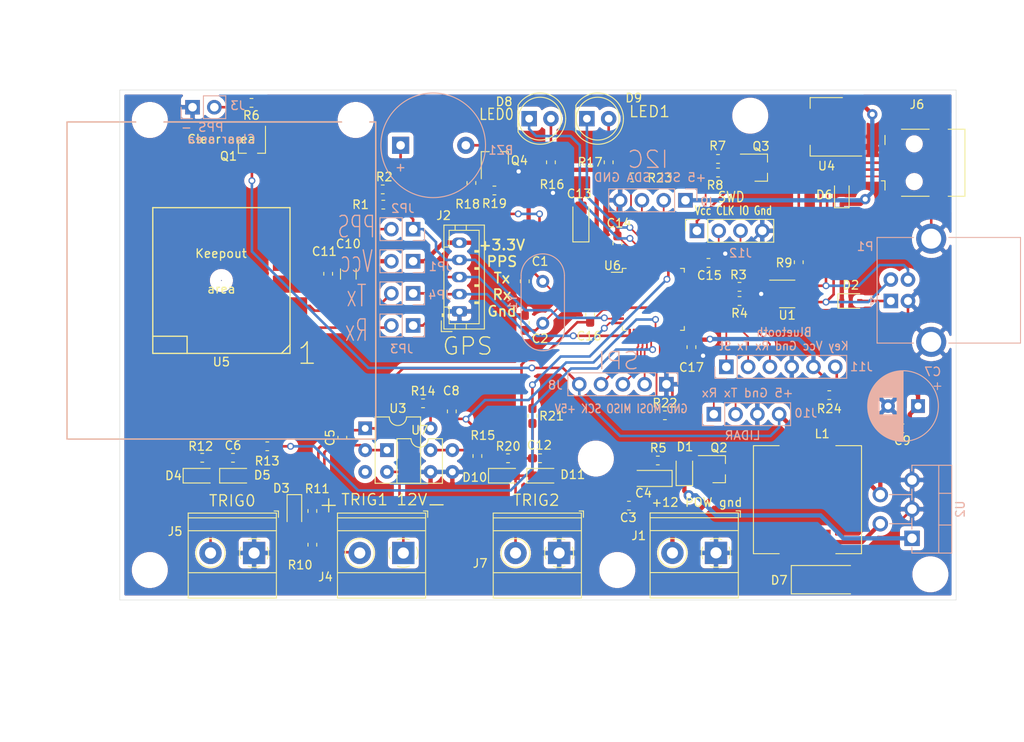
<source format=kicad_pcb>
(kicad_pcb (version 20171130) (host pcbnew "(6.0.0-rc1-dev-1613-ga55d9819b)")
  (layers (0 F.Cu signal) (31 B.Cu signal) (34 B.Paste user) (35 F.Paste user) (36 B.SilkS user) (37 F.SilkS user) (38 B.Mask user) (39 F.Mask user) (44 Edge.Cuts user))
  (net 0 "")
  (net 1 GND)
  (net 2 +3V3)
  (net 3 +5V)
  (net 4 /OSC_IN)
  (net 5 /OSC_OUT)
  (net 6 "Net-(C3-Pad1)")
  (net 7 "Net-(D2-Pad2)")
  (net 8 /LED0)
  (net 9 /LED1)
  (net 10 "Net-(J1-Pad2)")
  (net 11 /U2Tx)
  (net 12 /U2Rx)
  (net 13 /U1Tx)
  (net 14 /U1Rx)
  (net 15 /USB_PU)
  (net 16 /USBDM)
  (net 17 "Net-(R3-Pad1)")
  (net 18 "Net-(R4-Pad1)")
  (net 19 /USBDP)
  (net 20 /TRIG0)
  (net 21 /TRIG1)
  (net 22 /PPS)
  (net 23 /TRIG2)
  (net 24 /U3Tx)
  (net 25 /U3Rx)
  (net 26 "Net-(D1-Pad2)")
  (net 27 /MOSI)
  (net 28 /MISO)
  (net 29 /SCK)
  (net 30 /SCL)
  (net 31 /SDA)
  (net 32 "Net-(BZ1-Pad2)")
  (net 33 "Net-(Q3-Pad1)")
  (net 34 /buzzer)
  (net 35 /SWCLK)
  (net 36 /SWDIO)
  (net 37 "Net-(JP2-Pad2)")
  (net 38 "Net-(JP3-Pad2)")
  (net 39 "Net-(JP4-Pad2)")
  (net 40 "Net-(Q4-Pad1)")
  (net 41 /DM)
  (net 42 /DP)
  (net 43 "Net-(D9-Pad2)")
  (net 44 "Net-(C5-Pad1)")
  (net 45 "Net-(C5-Pad2)")
  (net 46 "Net-(C6-Pad1)")
  (net 47 "Net-(C12-Pad1)")
  (net 48 "Net-(D6-Pad2)")
  (net 49 "Net-(D7-Pad1)")
  (net 50 "Net-(D8-Pad2)")
  (net 51 "Net-(J3-Pad2)")
  (net 52 "Net-(J4-Pad2)")
  (net 53 "Net-(J11-Pad1)")
  (net 54 "Net-(J11-Pad6)")
  (net 55 "Net-(Q1-Pad1)")
  (net 56 "Net-(Q3-Pad3)")
  (net 57 "Net-(R14-Pad2)")
  (net 58 "Net-(R22-Pad1)")
  (net 59 "Net-(R23-Pad1)")
  (net 60 "Net-(C10-Pad2)")
  (module MountingHole:MountingHole_3.2mm_M3 (layer F.Cu) (at 85.5 117)
    (fp_text reference REF** hide)
    (fp_text value MountingHole_3.2mm_M3 hide)
    (pad 1 np_thru_hole circle (at 0 0) (size 3.2 3.2) (drill 3.2) (layers *.Cu *.Mask))
  )
  (module MountingHole:MountingHole_3.2mm_M3 (layer F.Cu) (at 33.5 77.5)
    (fp_text reference REF** hide)
    (fp_text value MountingHole_3.2mm_M3 hide)
    (pad 1 np_thru_hole circle (at 0 0) (size 3.2 3.2) (drill 3.2) (layers *.Cu *.Mask))
  )
  (module MountingHole:MountingHole_3.2mm_M3 (layer F.Cu) (at 57.5 77.5)
    (fp_text reference REF** hide)
    (fp_text value MountingHole_3.2mm_M3 hide)
    (pad 1 np_thru_hole circle (at 0 0) (size 3.2 3.2) (drill 3.2) (layers *.Cu *.Mask))
  )
  (module MountingHole:MountingHole_3.2mm_M3 (layer F.Cu) (at 103.5 77)
    (fp_text reference REF** hide)
    (fp_text value MountingHole_3.2mm_M3 hide)
    (pad 1 np_thru_hole circle (at 0 0) (size 3.2 3.2) (drill 3.2) (layers *.Cu *.Mask))
  )
  (module MountingHole:MountingHole_3.2mm_M3 (layer F.Cu) (at 124.5 130.5)
    (fp_text reference REF** hide)
    (fp_text value MountingHole_3.2mm_M3 hide)
    (pad 1 np_thru_hole circle (at 0 0) (size 3.2 3.2) (drill 3.2) (layers *.Cu *.Mask))
  )
  (module MountingHole:MountingHole_3.2mm_M3 (layer F.Cu) (at 88 130)
    (fp_text reference REF** hide)
    (fp_text value MountingHole_3.2mm_M3 hide)
    (pad 1 np_thru_hole circle (at 0 0) (size 3.2 3.2) (drill 3.2) (layers *.Cu *.Mask))
  )
  (module MountingHole:MountingHole_3.2mm_M3 (layer F.Cu) (at 33.5 130)
    (fp_text reference REF** hide)
    (fp_text value MountingHole_3.2mm_M3 hide)
    (pad 1 np_thru_hole circle (at 0 0) (size 3.2 3.2) (drill 3.2) (layers *.Cu *.Mask))
  )
  (module Capacitor_SMD:C_0603_1608Metric_Pad1.05x0.95mm_HandSolder (layer F.Cu) (at 84.836 100.217 270)
    (fp_text reference C16 (at 2.4905 0.127) (layer F.SilkS))
    (fp_text value 0.1)
    (pad 1 smd roundrect (at -0.875 0 270) (size 1.05 0.95) (layers F.Cu F.Paste F.Mask) (net 1 GND))
    (pad 2 smd roundrect (at 0.875 0 270) (size 1.05 0.95) (layers F.Cu F.Paste F.Mask) (net 2 +3V3))
  )
  (module chrono:L80-R (layer F.Cu) (at 41.8465 101.727)
    (fp_text reference U5 (at 0 4) (layer F.SilkS))
    (fp_text value L80-R)
    (fp_text user "Clear area" (at 0 -22) (layer B.SilkS) (effects (justify mirror)))
    (fp_text user "Clear area" (at 0 -22) (layer F.SilkS))
    (fp_text user area (at 0 -4.5) (layer F.SilkS))
    (fp_text user Keepout (at -0.05 -8.65) (layer F.SilkS))
    (fp_text user 1 (at 10 3) (layer F.SilkS) (effects (font (size 2.5 2.5))))
    (pad ~ smd circle (at 0 -5.5) (size 0.1 0.1) (layers F.Cu) (clearance 1.3))
    (pad ~ smd circle (at 0 -5.5) (size 0.1 0.1) (layers B.Cu) (clearance 1.3))
    (pad 7 smd rect (at -8 -12.7) (size 4 2) (layers F.Cu F.Paste F.Mask))
    (pad 8 smd rect (at -8 -10.16) (size 4 2) (layers F.Cu F.Paste F.Mask))
    (pad 9 smd rect (at -8 -7.62) (size 4 2) (layers F.Cu F.Paste F.Mask))
    (pad 10 smd rect (at -8 -5.08) (size 4 2) (layers F.Cu F.Paste F.Mask))
    (pad 11 smd rect (at -8 -2.54) (size 4 2) (layers F.Cu F.Paste F.Mask))
    (pad 12 smd rect (at -8 0) (size 4 2) (layers F.Cu F.Paste F.Mask) (net 1 GND))
    (pad 6 smd rect (at 8 -12.7) (size 4 2) (layers F.Cu F.Paste F.Mask) (net 37 "Net-(JP2-Pad2)"))
    (pad 5 smd rect (at 8 -10.16) (size 4 2) (layers F.Cu F.Paste F.Mask) (net 60 "Net-(C10-Pad2)"))
    (pad 4 smd rect (at 8 -7.62) (size 4 2) (layers F.Cu F.Paste F.Mask) (net 60 "Net-(C10-Pad2)"))
    (pad 3 smd rect (at 8 -5.08) (size 4 2) (layers F.Cu F.Paste F.Mask) (net 1 GND))
    (pad 2 smd rect (at 8 -2.54) (size 4 2) (layers F.Cu F.Paste F.Mask) (net 39 "Net-(JP4-Pad2)"))
    (pad 1 smd rect (at 8 0) (size 4 2) (layers F.Cu F.Paste F.Mask) (net 38 "Net-(JP3-Pad2)"))
  )
  (module Resistor_SMD:R_0603_1608Metric_Pad1.05x0.95mm_HandSolder (layer F.Cu) (at 93.5495 111.9505)
    (fp_text reference R22 (at 0 -1.43) (layer F.SilkS))
    (fp_text value 100k)
    (pad 2 smd roundrect (at 0.875 0) (size 1.05 0.95) (layers F.Cu F.Paste F.Mask) (net 1 GND))
    (pad 1 smd roundrect (at -0.875 0) (size 1.05 0.95) (layers F.Cu F.Paste F.Mask) (net 58 "Net-(R22-Pad1)"))
  )
  (module Connector_PinHeader_2.54mm:PinHeader_1x02_P2.54mm_Vertical (layer B.Cu) (at 64.1985 93.98 90)
    (fp_text reference JP1 (at -0.635 3.175 180) (layer B.SilkS) (effects (justify mirror)))
    (fp_text value Jumper)
    (pad 2 thru_hole oval (at 0 -2.54 90) (size 1.7 1.7) (drill 1) (layers *.Cu *.Mask) (net 60 "Net-(C10-Pad2)"))
    (pad 1 thru_hole rect (at 0 0 90) (size 1.7 1.7) (drill 1) (layers *.Cu *.Mask) (net 2 +3V3))
  )
  (module Connector_PinHeader_2.54mm:PinHeader_1x02_P2.54mm_Vertical (layer B.Cu) (at 64.1985 90.2335 90)
    (fp_text reference JP2 (at 2.413 -1.2065 180) (layer B.SilkS) (effects (justify mirror)))
    (fp_text value Jumper)
    (pad 1 thru_hole rect (at 0 0 90) (size 1.7 1.7) (drill 1) (layers *.Cu *.Mask) (net 22 /PPS))
    (pad 2 thru_hole oval (at 0 -2.54 90) (size 1.7 1.7) (drill 1) (layers *.Cu *.Mask) (net 37 "Net-(JP2-Pad2)"))
  )
  (module Connector_PinHeader_2.54mm:PinHeader_1x02_P2.54mm_Vertical (layer B.Cu) (at 64.1985 101.473 90)
    (fp_text reference JP3 (at -2.7305 -1.3335 180) (layer B.SilkS) (effects (justify mirror)))
    (fp_text value Jumper)
    (pad 2 thru_hole oval (at 0 -2.54 90) (size 1.7 1.7) (drill 1) (layers *.Cu *.Mask) (net 38 "Net-(JP3-Pad2)"))
    (pad 1 thru_hole rect (at 0 0 90) (size 1.7 1.7) (drill 1) (layers *.Cu *.Mask) (net 24 /U3Tx))
  )
  (module Connector_PinHeader_2.54mm:PinHeader_1x02_P2.54mm_Vertical (layer B.Cu) (at 64.1985 97.7265 90)
    (fp_text reference JP4 (at -0.1905 3.1115 180) (layer B.SilkS) (effects (justify mirror)))
    (fp_text value Jumper)
    (pad 1 thru_hole rect (at 0 0 90) (size 1.7 1.7) (drill 1) (layers *.Cu *.Mask) (net 25 /U3Rx))
    (pad 2 thru_hole oval (at 0 -2.54 90) (size 1.7 1.7) (drill 1) (layers *.Cu *.Mask) (net 39 "Net-(JP4-Pad2)"))
  )
  (module Capacitor_SMD:C_0603_1608Metric_Pad1.05x0.95mm_HandSolder (layer F.Cu) (at 96.647 103.999 90)
    (fp_text reference C17 (at -2.3635 0 180) (layer F.SilkS))
    (fp_text value 0.1)
    (pad 1 smd roundrect (at -0.875 0 90) (size 1.05 0.95) (layers F.Cu F.Paste F.Mask) (net 1 GND))
    (pad 2 smd roundrect (at 0.875 0 90) (size 1.05 0.95) (layers F.Cu F.Paste F.Mask) (net 2 +3V3))
  )
  (module Connector_PinSocket_2.54mm:PinSocket_1x04_P2.54mm_Vertical (layer B.Cu) (at 99.2505 111.8235 270)
    (fp_text reference J10 (at -0.127 -10.7315) (layer B.SilkS) (effects (justify mirror)))
    (fp_text value LIDAR)
    (pad 1 thru_hole rect (at 0 0 270) (size 1.7 1.7) (drill 1) (layers *.Cu *.Mask) (net 11 /U2Tx))
    (pad 2 thru_hole oval (at 0 -2.54 270) (size 1.7 1.7) (drill 1) (layers *.Cu *.Mask) (net 12 /U2Rx))
    (pad 3 thru_hole oval (at 0 -5.08 270) (size 1.7 1.7) (drill 1) (layers *.Cu *.Mask) (net 1 GND))
    (pad 4 thru_hole oval (at 0 -7.62 270) (size 1.7 1.7) (drill 1) (layers *.Cu *.Mask) (net 3 +5V))
  )
  (module Capacitor_SMD:C_0603_1608Metric_Pad1.05x0.95mm_HandSolder (layer F.Cu) (at 89.3585 122.4915 180)
    (fp_text reference C3 (at 0.0775 -1.397) (layer F.SilkS))
    (fp_text value 0.1)
    (pad 1 smd roundrect (at -0.875 0 180) (size 1.05 0.95) (layers F.Cu F.Paste F.Mask) (net 6 "Net-(C3-Pad1)"))
    (pad 2 smd roundrect (at 0.875 0 180) (size 1.05 0.95) (layers F.Cu F.Paste F.Mask) (net 1 GND))
  )
  (module Capacitor_Tantalum_SMD:CP_EIA-3216-18_Kemet-A_Pad1.58x1.35mm_HandSolder (layer F.Cu) (at 91.9075 119.3165 180)
    (fp_text reference C4 (at 0.8485 -1.7145) (layer F.SilkS))
    (fp_text value 47u)
    (pad 2 smd roundrect (at 1.4375 0 180) (size 1.575 1.35) (layers F.Cu F.Paste F.Mask) (roundrect_rratio 0.185185) (net 1 GND))
    (pad 1 smd roundrect (at -1.4375 0 180) (size 1.575 1.35) (layers F.Cu F.Paste F.Mask) (roundrect_rratio 0.185185) (net 6 "Net-(C3-Pad1)"))
  )
  (module Capacitor_SMD:C_0603_1608Metric_Pad1.05x0.95mm_HandSolder (layer F.Cu) (at 68.707 111.492 90)
    (fp_text reference C8 (at 2.399 -0.0635 180) (layer F.SilkS))
    (fp_text value 0.1)
    (pad 2 smd roundrect (at 0.875 0 90) (size 1.05 0.95) (layers F.Cu F.Paste F.Mask) (net 1 GND))
    (pad 1 smd roundrect (at -0.875 0 90) (size 1.05 0.95) (layers F.Cu F.Paste F.Mask) (net 21 /TRIG1))
  )
  (module Capacitor_SMD:C_0603_1608Metric_Pad1.05x0.95mm_HandSolder (layer F.Cu) (at 54.2925 95.4405 90)
    (fp_text reference C11 (at 2.6035 -0.4445 180) (layer F.SilkS))
    (fp_text value 0.1)
    (pad 1 smd roundrect (at -0.875 0 90) (size 1.05 0.95) (layers F.Cu F.Paste F.Mask) (net 1 GND))
    (pad 2 smd roundrect (at 0.875 0 90) (size 1.05 0.95) (layers F.Cu F.Paste F.Mask) (net 60 "Net-(C10-Pad2)"))
  )
  (module Capacitor_SMD:C_0603_1608Metric_Pad1.05x0.95mm_HandSolder (layer F.Cu) (at 78.994 116.967)
    (fp_text reference C12 (at -0.0775 -1.524 -180) (layer F.SilkS))
    (fp_text value 0.1)
    (pad 1 smd roundrect (at -0.875 0) (size 1.05 0.95) (layers F.Cu F.Paste F.Mask) (net 47 "Net-(C12-Pad1)"))
    (pad 2 smd roundrect (at 0.875 0) (size 1.05 0.95) (layers F.Cu F.Paste F.Mask) (net 1 GND))
  )
  (module Capacitor_SMD:C_0603_1608Metric_Pad1.05x0.95mm_HandSolder (layer F.Cu) (at 88.011 91.8985 270)
    (fp_text reference C14 (at -2.3635 -0.1905) (layer F.SilkS))
    (fp_text value 0.1)
    (pad 1 smd roundrect (at -0.875 0 270) (size 1.05 0.95) (layers F.Cu F.Paste F.Mask) (net 1 GND))
    (pad 2 smd roundrect (at 0.875 0 270) (size 1.05 0.95) (layers F.Cu F.Paste F.Mask) (net 2 +3V3))
  )
  (module Capacitor_SMD:C_0603_1608Metric_Pad1.05x0.95mm_HandSolder (layer F.Cu) (at 98.6295 94.1705 180)
    (fp_text reference C15 (at -0.113 -1.4605 180) (layer F.SilkS))
    (fp_text value 0.1)
    (pad 2 smd roundrect (at 0.875 0 180) (size 1.05 0.95) (layers F.Cu F.Paste F.Mask) (net 2 +3V3))
    (pad 1 smd roundrect (at -0.875 0 180) (size 1.05 0.95) (layers F.Cu F.Paste F.Mask) (net 1 GND))
  )
  (module Diode_SMD:D_0805_2012Metric_Pad1.15x1.40mm_HandSolder (layer F.Cu) (at 95.8215 118.2915 90)
    (fp_text reference D1 (at 2.658 0.0635 -180) (layer F.SilkS))
    (fp_text value MM3Z7V5)
    (pad 1 smd roundrect (at -1.025 0 90) (size 1.15 1.4) (layers F.Cu F.Paste F.Mask) (roundrect_rratio 0.217391) (net 6 "Net-(C3-Pad1)"))
    (pad 2 smd roundrect (at 1.025 0 90) (size 1.15 1.4) (layers F.Cu F.Paste F.Mask) (roundrect_rratio 0.217391) (net 26 "Net-(D1-Pad2)"))
  )
  (module TerminalBlock_Phoenix:TerminalBlock_Phoenix_MKDS-1,5-2-5.08_1x02_P5.08mm_Horizontal (layer F.Cu) (at 99.508 128 180)
    (fp_text reference J1 (at 9.008 2 180) (layer F.SilkS))
    (fp_text value "Power 12V")
    (pad 2 thru_hole circle (at 5.08 0 180) (size 2.6 2.6) (drill 1.3) (layers *.Cu *.Mask) (net 10 "Net-(J1-Pad2)"))
    (pad 1 thru_hole rect (at 0 0 180) (size 2.6 2.6) (drill 1.3) (layers *.Cu *.Mask) (net 1 GND))
  )
  (module TerminalBlock_Phoenix:TerminalBlock_Phoenix_MKDS-1,5-2-5.08_1x02_P5.08mm_Horizontal (layer F.Cu) (at 45.6565 128.016 180)
    (fp_text reference J5 (at 9.2075 2.516 180) (layer F.SilkS))
    (fp_text value Ext_trig0)
    (pad 1 thru_hole rect (at 0 0 180) (size 2.6 2.6) (drill 1.3) (layers *.Cu *.Mask) (net 1 GND))
    (pad 2 thru_hole circle (at 5.08 0 180) (size 2.6 2.6) (drill 1.3) (layers *.Cu *.Mask) (net 46 "Net-(C6-Pad1)"))
  )
  (module Inductor_SMD:L_12x12mm_H4.5mm (layer F.Cu) (at 110.1725 121.796 270)
    (fp_text reference L1 (at -7.6865 -1.7145) (layer F.SilkS))
    (fp_text value 100u)
    (pad 1 smd rect (at -4.95 0 270) (size 2.9 5.4) (layers F.Cu F.Paste F.Mask) (net 3 +5V))
    (pad 2 smd rect (at 4.95 0 270) (size 2.9 5.4) (layers F.Cu F.Paste F.Mask) (net 49 "Net-(D7-Pad1)"))
  )
  (module Connectors_USB:USB_B_OST_USB-B1HSxx_Horizontal (layer B.Cu) (at 119.888 98.6155)
    (fp_text reference P1 (at -2.9845 -6.35) (layer B.SilkS) (effects (justify mirror)))
    (fp_text value USB_B)
    (pad 1 thru_hole rect (at 0 0) (size 1.7 1.7) (drill 0.92) (layers *.Cu *.Mask) (net 7 "Net-(D2-Pad2)"))
    (pad 2 thru_hole circle (at 0 -2.5) (size 1.7 1.7) (drill 0.92) (layers *.Cu *.Mask) (net 41 /DM))
    (pad 3 thru_hole circle (at 2 -2.5) (size 1.7 1.7) (drill 0.92) (layers *.Cu *.Mask) (net 42 /DP))
    (pad 4 thru_hole circle (at 2 0) (size 1.7 1.7) (drill 0.92) (layers *.Cu *.Mask) (net 1 GND))
    (pad 5 thru_hole circle (at 4.71 4.77) (size 3.5 3.5) (drill 2.33) (layers *.Cu *.Mask) (net 1 GND))
    (pad 5 thru_hole circle (at 4.71 -7.27) (size 3.5 3.5) (drill 2.33) (layers *.Cu *.Mask) (net 1 GND))
  )
  (module Resistor_SMD:R_0603_1608Metric_Pad1.05x0.95mm_HandSolder (layer F.Cu) (at 60.72 87.376 180)
    (fp_text reference R1 (at 2.653 0 180) (layer F.SilkS))
    (fp_text value 10k)
    (pad 2 smd roundrect (at 0.875 0 180) (size 1.05 0.95) (layers F.Cu F.Paste F.Mask) (net 1 GND))
    (pad 1 smd roundrect (at -0.875 0 180) (size 1.05 0.95) (layers F.Cu F.Paste F.Mask) (net 22 /PPS))
  )
  (module Resistor_SMD:R_0603_1608Metric_Pad1.05x0.95mm_HandSolder (layer F.Cu) (at 102.249 96.9645 180)
    (fp_text reference R3 (at 0.127 1.397 180) (layer F.SilkS))
    (fp_text value 22)
    (pad 1 smd roundrect (at -0.875 0 180) (size 1.05 0.95) (layers F.Cu F.Paste F.Mask) (net 17 "Net-(R3-Pad1)"))
    (pad 2 smd roundrect (at 0.875 0 180) (size 1.05 0.95) (layers F.Cu F.Paste F.Mask) (net 19 /USBDP))
  )
  (module Resistor_SMD:R_0603_1608Metric_Pad1.05x0.95mm_HandSolder (layer F.Cu) (at 102.249 98.6155 180)
    (fp_text reference R4 (at 0 -1.43 180) (layer F.SilkS))
    (fp_text value 22)
    (pad 2 smd roundrect (at 0.875 0 180) (size 1.05 0.95) (layers F.Cu F.Paste F.Mask) (net 16 /USBDM))
    (pad 1 smd roundrect (at -0.875 0 180) (size 1.05 0.95) (layers F.Cu F.Paste F.Mask) (net 18 "Net-(R4-Pad1)"))
  )
  (module Resistor_SMD:R_0603_1608Metric_Pad1.05x0.95mm_HandSolder (layer F.Cu) (at 92.724 117.221)
    (fp_text reference R5 (at 0.0495 -1.4605 180) (layer F.SilkS))
    (fp_text value 10k)
    (pad 2 smd roundrect (at 0.875 0) (size 1.05 0.95) (layers F.Cu F.Paste F.Mask) (net 26 "Net-(D1-Pad2)"))
    (pad 1 smd roundrect (at -0.875 0) (size 1.05 0.95) (layers F.Cu F.Paste F.Mask) (net 1 GND))
  )
  (module Resistor_SMD:R_0603_1608Metric_Pad1.05x0.95mm_HandSolder (layer F.Cu) (at 45.353 75.5015 180)
    (fp_text reference R6 (at 0.014 -1.4605 180) (layer F.SilkS))
    (fp_text value 1k)
    (pad 1 smd roundrect (at -0.875 0 180) (size 1.05 0.95) (layers F.Cu F.Paste F.Mask) (net 1 GND))
    (pad 2 smd roundrect (at 0.875 0 180) (size 1.05 0.95) (layers F.Cu F.Paste F.Mask) (net 51 "Net-(J3-Pad2)"))
  )
  (module Resistor_SMD:R_0603_1608Metric_Pad1.05x0.95mm_HandSolder (layer F.Cu) (at 99.7445 83.6295)
    (fp_text reference R8 (at -0.3442 1.4732) (layer F.SilkS))
    (fp_text value 10k)
    (pad 1 smd roundrect (at -0.875 0) (size 1.05 0.95) (layers F.Cu F.Paste F.Mask) (net 15 /USB_PU))
    (pad 2 smd roundrect (at 0.875 0) (size 1.05 0.95) (layers F.Cu F.Paste F.Mask) (net 2 +3V3))
  )
  (module Resistor_SMD:R_0603_1608Metric_Pad1.05x0.95mm_HandSolder (layer F.Cu) (at 109.1565 94.093 270)
    (fp_text reference R9 (at 0.0775 1.7145) (layer F.SilkS))
    (fp_text value 1k5)
    (pad 1 smd roundrect (at -0.875 0 270) (size 1.05 0.95) (layers F.Cu F.Paste F.Mask) (net 56 "Net-(Q3-Pad3)"))
    (pad 2 smd roundrect (at 0.875 0 270) (size 1.05 0.95) (layers F.Cu F.Paste F.Mask) (net 42 /DP))
  )
  (module Resistor_SMD:R_0603_1608Metric_Pad1.05x0.95mm_HandSolder (layer F.Cu) (at 47.1945 115.57)
    (fp_text reference R13 (at -0.014 1.7145 -180) (layer F.SilkS))
    (fp_text value 100)
    (pad 2 smd roundrect (at 0.875 0) (size 1.05 0.95) (layers F.Cu F.Paste F.Mask) (net 20 /TRIG0))
    (pad 1 smd roundrect (at -0.875 0) (size 1.05 0.95) (layers F.Cu F.Paste F.Mask) (net 46 "Net-(C6-Pad1)"))
  )
  (module Resistor_SMD:R_0603_1608Metric_Pad1.05x0.95mm_HandSolder (layer F.Cu) (at 70.993 84.85 270)
    (fp_text reference R18 (at 2.4625 0.4445) (layer F.SilkS))
    (fp_text value 510)
    (pad 2 smd roundrect (at 0.875 0 270) (size 1.05 0.95) (layers F.Cu F.Paste F.Mask) (net 34 /buzzer))
    (pad 1 smd roundrect (at -0.875 0 270) (size 1.05 0.95) (layers F.Cu F.Paste F.Mask) (net 40 "Net-(Q4-Pad1)"))
  )
  (module TO_SOT_Packages_SMD:SOT-23-6_Handsoldering (layer F.Cu) (at 107.8065 97.79)
    (fp_text reference U1 (at 0 2.4892) (layer F.SilkS))
    (fp_text value USBLC6-2SC6)
    (pad 1 smd rect (at -1.35 -0.95) (size 1.56 0.65) (layers F.Cu F.Paste F.Mask) (net 17 "Net-(R3-Pad1)"))
    (pad 2 smd rect (at -1.35 0) (size 1.56 0.65) (layers F.Cu F.Paste F.Mask) (net 1 GND))
    (pad 3 smd rect (at -1.35 0.95) (size 1.56 0.65) (layers F.Cu F.Paste F.Mask) (net 18 "Net-(R4-Pad1)"))
    (pad 4 smd rect (at 1.35 0.95) (size 1.56 0.65) (layers F.Cu F.Paste F.Mask) (net 41 /DM))
    (pad 6 smd rect (at 1.35 -0.95) (size 1.56 0.65) (layers F.Cu F.Paste F.Mask) (net 42 /DP))
    (pad 5 smd rect (at 1.35 0) (size 1.56 0.65) (layers F.Cu F.Paste F.Mask) (net 3 +5V))
  )
  (module TO_SOT_Packages_THT:TO-220-5_P3.4x3.7mm_StaggerEven_Lead3.8mm_Vertical (layer B.Cu) (at 122.3645 126.3015 90)
    (fp_text reference U2 (at 3.4 5.62 90) (layer B.SilkS) (effects (justify mirror)))
    (fp_text value LM2576-5.0)
    (pad 1 thru_hole rect (at 0 0 90) (size 1.8 1.8) (drill 1.1) (layers *.Cu *.Mask) (net 6 "Net-(C3-Pad1)"))
    (pad 2 thru_hole oval (at 1.7 -3.7 90) (size 1.8 1.8) (drill 1.1) (layers *.Cu *.Mask) (net 49 "Net-(D7-Pad1)"))
    (pad 3 thru_hole oval (at 3.4 0 90) (size 1.8 1.8) (drill 1.1) (layers *.Cu *.Mask) (net 1 GND))
    (pad 4 thru_hole oval (at 5.1 -3.7 90) (size 1.8 1.8) (drill 1.1) (layers *.Cu *.Mask) (net 3 +5V))
    (pad 5 thru_hole oval (at 6.8 0 90) (size 1.8 1.8) (drill 1.1) (layers *.Cu *.Mask) (net 1 GND))
  )
  (module TO_SOT_Packages_SMD:SOT-223 (layer F.Cu) (at 112.395 78.2955 180)
    (fp_text reference U4 (at 0 -4.572 180) (layer F.SilkS))
    (fp_text value LM1117-3.3)
    (pad 4 smd rect (at 3.15 0 180) (size 2 3.8) (layers F.Cu F.Paste F.Mask) (net 2 +3V3))
    (pad 2 smd rect (at -3.15 0 180) (size 2 1.5) (layers F.Cu F.Paste F.Mask) (net 2 +3V3))
    (pad 3 smd rect (at -3.15 2.3 180) (size 2 1.5) (layers F.Cu F.Paste F.Mask) (net 3 +5V))
    (pad 1 smd rect (at -3.15 -2.3 180) (size 2 1.5) (layers F.Cu F.Paste F.Mask) (net 1 GND))
  )
  (module Crystal:Crystal_HC49-U_Vertical (layer B.Cu) (at 79.3115 96.3295 270)
    (fp_text reference Y1 (at 2.44 3.525 270) (layer B.SilkS) (effects (justify mirror)))
    (fp_text value 8MHz)
    (pad 1 thru_hole circle (at 0 0 270) (size 1.5 1.5) (drill 0.8) (layers *.Cu *.Mask) (net 4 /OSC_IN))
    (pad 2 thru_hole circle (at 4.88 0 270) (size 1.5 1.5) (drill 0.8) (layers *.Cu *.Mask) (net 5 /OSC_OUT))
  )
  (module Connector_PinSocket_2.54mm:PinSocket_1x05_P2.54mm_Vertical (layer B.Cu) (at 93.726 108.331 90)
    (fp_text reference J8 (at -0.1016 -12.954) (layer B.SilkS) (effects (justify mirror)))
    (fp_text value SPI)
    (pad 1 thru_hole rect (at 0 0 90) (size 1.7 1.7) (drill 1) (layers *.Cu *.Mask) (net 1 GND))
    (pad 2 thru_hole oval (at 0 -2.54 90) (size 1.7 1.7) (drill 1) (layers *.Cu *.Mask) (net 27 /MOSI))
    (pad 3 thru_hole oval (at 0 -5.08 90) (size 1.7 1.7) (drill 1) (layers *.Cu *.Mask) (net 28 /MISO))
    (pad 4 thru_hole oval (at 0 -7.62 90) (size 1.7 1.7) (drill 1) (layers *.Cu *.Mask) (net 29 /SCK))
    (pad 5 thru_hole oval (at 0 -10.16 90) (size 1.7 1.7) (drill 1) (layers *.Cu *.Mask) (net 3 +5V))
  )
  (module Connector_PinSocket_2.54mm:PinSocket_1x04_P2.54mm_Vertical (layer B.Cu) (at 95.9485 86.868 90)
    (fp_text reference J9 (at -0.2032 2.5908 180) (layer B.SilkS) (effects (justify mirror)))
    (fp_text value I2C1)
    (pad 1 thru_hole rect (at 0 0 90) (size 1.7 1.7) (drill 1) (layers *.Cu *.Mask) (net 3 +5V))
    (pad 2 thru_hole oval (at 0 -2.54 90) (size 1.7 1.7) (drill 1) (layers *.Cu *.Mask) (net 30 /SCL))
    (pad 3 thru_hole oval (at 0 -5.08 90) (size 1.7 1.7) (drill 1) (layers *.Cu *.Mask) (net 31 /SDA))
    (pad 4 thru_hole oval (at 0 -7.62 90) (size 1.7 1.7) (drill 1) (layers *.Cu *.Mask) (net 1 GND))
  )
  (module Buzzer_Beeper:Buzzer_12x9.5RM7.6 (layer B.Cu) (at 62.738 80.4545)
    (fp_text reference BZ1 (at 11.684 0.5715) (layer B.SilkS) (effects (justify mirror)))
    (fp_text value "Buzzer 3v3")
    (fp_text user + (at -0.01 2.54) (layer B.SilkS) (effects (justify mirror)))
    (pad 1 thru_hole rect (at 0 0) (size 2 2) (drill 1) (layers *.Cu *.Mask) (net 2 +3V3))
    (pad 2 thru_hole circle (at 7.6 0) (size 2 2) (drill 1) (layers *.Cu *.Mask) (net 32 "Net-(BZ1-Pad2)"))
  )
  (module Resistor_SMD:R_0603_1608Metric_Pad1.05x0.95mm_HandSolder (layer F.Cu) (at 60.6565 85.598)
    (fp_text reference R2 (at 0.1765 -1.4605 -180) (layer F.SilkS))
    (fp_text value 2k2)
    (pad 2 smd roundrect (at 0.875 0) (size 1.05 0.95) (layers F.Cu F.Paste F.Mask) (net 22 /PPS))
    (pad 1 smd roundrect (at -0.875 0) (size 1.05 0.95) (layers F.Cu F.Paste F.Mask) (net 55 "Net-(Q1-Pad1)"))
  )
  (module Resistor_SMD:R_0603_1608Metric_Pad1.05x0.95mm_HandSolder (layer F.Cu) (at 78.105 112.028 90)
    (fp_text reference R21 (at -0.0114 2.2352 180) (layer F.SilkS))
    (fp_text value 100)
    (pad 1 smd roundrect (at -0.875 0 90) (size 1.05 0.95) (layers F.Cu F.Paste F.Mask) (net 47 "Net-(C12-Pad1)"))
    (pad 2 smd roundrect (at 0.875 0 90) (size 1.05 0.95) (layers F.Cu F.Paste F.Mask) (net 23 /TRIG2))
  )
  (module Diode_SMD:D_SOD-323 (layer F.Cu) (at 115.2185 98.6155)
    (fp_text reference D2 (at 0 -1.85) (layer F.SilkS))
    (fp_text value IN5819)
    (pad 1 smd rect (at -1.05 0) (size 0.6 0.45) (layers F.Cu F.Paste F.Mask) (net 3 +5V))
    (pad 2 smd rect (at 1.05 0) (size 0.6 0.45) (layers F.Cu F.Paste F.Mask) (net 7 "Net-(D2-Pad2)"))
  )
  (module Resistor_SMD:R_0603_1608Metric_Pad1.05x0.95mm_HandSolder (layer F.Cu) (at 52.451 127.0495 90)
    (fp_text reference R10 (at -2.3635 -1.43 180) (layer F.SilkS))
    (fp_text value 1k)
    (pad 1 smd roundrect (at -0.875 0 90) (size 1.05 0.95) (layers F.Cu F.Paste F.Mask) (net 52 "Net-(J4-Pad2)"))
    (pad 2 smd roundrect (at 0.875 0 90) (size 1.05 0.95) (layers F.Cu F.Paste F.Mask) (net 44 "Net-(C5-Pad1)"))
  )
  (module Resistor_SMD:R_0603_1608Metric_Pad1.05x0.95mm_HandSolder (layer F.Cu) (at 52.451 123.1125 270)
    (fp_text reference R11 (at -2.5895 -0.5715) (layer F.SilkS))
    (fp_text value 1k)
    (pad 2 smd roundrect (at 0.875 0 270) (size 1.05 0.95) (layers F.Cu F.Paste F.Mask) (net 44 "Net-(C5-Pad1)"))
    (pad 1 smd roundrect (at -0.875 0 270) (size 1.05 0.95) (layers F.Cu F.Paste F.Mask) (net 45 "Net-(C5-Pad2)"))
  )
  (module Resistor_SMD:R_0603_1608Metric_Pad1.05x0.95mm_HandSolder (layer F.Cu) (at 39.61 116.9035 180)
    (fp_text reference R12 (at 0.1765 1.3335 180) (layer F.SilkS))
    (fp_text value 1k)
    (pad 1 smd roundrect (at -0.875 0 180) (size 1.05 0.95) (layers F.Cu F.Paste F.Mask) (net 46 "Net-(C6-Pad1)"))
    (pad 2 smd roundrect (at 0.875 0 180) (size 1.05 0.95) (layers F.Cu F.Paste F.Mask) (net 2 +3V3))
  )
  (module Resistor_SMD:R_0603_1608Metric_Pad1.05x0.95mm_HandSolder (layer F.Cu) (at 65.3555 110.5535)
    (fp_text reference R14 (at 0 -1.43) (layer F.SilkS))
    (fp_text value 47k)
    (pad 2 smd roundrect (at 0.875 0) (size 1.05 0.95) (layers F.Cu F.Paste F.Mask) (net 57 "Net-(R14-Pad2)"))
    (pad 1 smd roundrect (at -0.875 0) (size 1.05 0.95) (layers F.Cu F.Paste F.Mask) (net 1 GND))
  )
  (module Resistor_SMD:R_0603_1608Metric_Pad1.05x0.95mm_HandSolder (layer F.Cu) (at 71.6915 116.699 90)
    (fp_text reference R15 (at 2.399 0.635 180) (layer F.SilkS))
    (fp_text value 220)
    (pad 2 smd roundrect (at 0.875 0 90) (size 1.05 0.95) (layers F.Cu F.Paste F.Mask) (net 21 /TRIG1))
    (pad 1 smd roundrect (at -0.875 0 90) (size 1.05 0.95) (layers F.Cu F.Paste F.Mask) (net 2 +3V3))
  )
  (module Resistor_SMD:R_0603_1608Metric_Pad1.05x0.95mm_HandSolder (layer F.Cu) (at 80.264 82.437 270)
    (fp_text reference R16 (at 2.5895 -0.127) (layer F.SilkS))
    (fp_text value 220)
    (pad 1 smd roundrect (at -0.875 0 270) (size 1.05 0.95) (layers F.Cu F.Paste F.Mask) (net 50 "Net-(D8-Pad2)"))
    (pad 2 smd roundrect (at 0.875 0 270) (size 1.05 0.95) (layers F.Cu F.Paste F.Mask) (net 2 +3V3))
  )
  (module Resistor_SMD:R_0603_1608Metric_Pad1.05x0.95mm_HandSolder (layer F.Cu) (at 86.995 82.437 270)
    (fp_text reference R17 (at -0.014 2.159) (layer F.SilkS))
    (fp_text value 220)
    (pad 2 smd roundrect (at 0.875 0 270) (size 1.05 0.95) (layers F.Cu F.Paste F.Mask) (net 2 +3V3))
    (pad 1 smd roundrect (at -0.875 0 270) (size 1.05 0.95) (layers F.Cu F.Paste F.Mask) (net 43 "Net-(D9-Pad2)"))
  )
  (module Resistor_SMD:R_0603_1608Metric_Pad1.05x0.95mm_HandSolder (layer F.Cu) (at 73.674 85.725)
    (fp_text reference R19 (at 0 1.524) (layer F.SilkS))
    (fp_text value 10k)
    (pad 1 smd roundrect (at -0.875 0) (size 1.05 0.95) (layers F.Cu F.Paste F.Mask) (net 34 /buzzer))
    (pad 2 smd roundrect (at 0.875 0) (size 1.05 0.95) (layers F.Cu F.Paste F.Mask) (net 1 GND))
  )
  (module Resistor_SMD:R_0603_1608Metric_Pad1.05x0.95mm_HandSolder (layer F.Cu) (at 75.2615 116.967 180)
    (fp_text reference R20 (at -0.014 1.397 180) (layer F.SilkS))
    (fp_text value 1k)
    (pad 1 smd roundrect (at -0.875 0 180) (size 1.05 0.95) (layers F.Cu F.Paste F.Mask) (net 47 "Net-(C12-Pad1)"))
    (pad 2 smd roundrect (at 0.875 0 180) (size 1.05 0.95) (layers F.Cu F.Paste F.Mask) (net 2 +3V3))
  )
  (module Capacitor_SMD:C_0603_1608Metric_Pad1.05x0.95mm_HandSolder (layer F.Cu) (at 77.216 96.3155 270)
    (fp_text reference C1 (at -2.3155 -1.784) (layer F.SilkS))
    (fp_text value 12)
    (pad 1 smd roundrect (at -0.875 0 270) (size 1.05 0.95) (layers F.Cu F.Paste F.Mask) (net 4 /OSC_IN))
    (pad 2 smd roundrect (at 0.875 0 270) (size 1.05 0.95) (layers F.Cu F.Paste F.Mask) (net 1 GND))
  )
  (module Diode_SMD:D_SOD-323_HandSoldering (layer F.Cu) (at 74.8865 118.999)
    (fp_text reference D10 (at -3.5125 0.1905) (layer F.SilkS))
    (fp_text value 1N5819)
    (pad 2 smd rect (at 1.25 0) (size 1 1) (layers F.Cu F.Paste F.Mask) (net 47 "Net-(C12-Pad1)"))
    (pad 1 smd rect (at -1.25 0) (size 1 1) (layers F.Cu F.Paste F.Mask) (net 2 +3V3))
  )
  (module Diode_SMD:D_SOD-323_HandSoldering (layer F.Cu) (at 79.355 118.999)
    (fp_text reference D11 (at 3.449 -0.127) (layer F.SilkS))
    (fp_text value 1N5819)
    (pad 1 smd rect (at -1.25 0) (size 1 1) (layers F.Cu F.Paste F.Mask) (net 47 "Net-(C12-Pad1)"))
    (pad 2 smd rect (at 1.25 0) (size 1 1) (layers F.Cu F.Paste F.Mask) (net 1 GND))
  )
  (module Resistor_SMD:R_0603_1608Metric_Pad1.05x0.95mm_HandSolder (layer F.Cu) (at 99.7445 82.042 180)
    (fp_text reference R7 (at 0.0495 1.524 180) (layer F.SilkS))
    (fp_text value 510)
    (pad 1 smd roundrect (at -0.875 0 180) (size 1.05 0.95) (layers F.Cu F.Paste F.Mask) (net 33 "Net-(Q3-Pad1)"))
    (pad 2 smd roundrect (at 0.875 0 180) (size 1.05 0.95) (layers F.Cu F.Paste F.Mask) (net 15 /USB_PU))
  )
  (module Resistor_SMD:R_0603_1608Metric_Pad1.05x0.95mm_HandSolder (layer F.Cu) (at 89.7395 84.201 180)
    (fp_text reference R23 (at -3.2245 -0.0635 180) (layer F.SilkS))
    (fp_text value 10k)
    (pad 2 smd roundrect (at 0.875 0 180) (size 1.05 0.95) (layers F.Cu F.Paste F.Mask) (net 1 GND))
    (pad 1 smd roundrect (at -0.875 0 180) (size 1.05 0.95) (layers F.Cu F.Paste F.Mask) (net 59 "Net-(R23-Pad1)"))
  )
  (module Resistor_SMD:R_0603_1608Metric_Pad1.05x0.95mm_HandSolder (layer F.Cu) (at 112.7125 109.601)
    (fp_text reference R24 (at 0 1.5875) (layer F.SilkS))
    (fp_text value 47k)
    (pad 1 smd roundrect (at -0.875 0) (size 1.05 0.95) (layers F.Cu F.Paste F.Mask) (net 2 +3V3))
    (pad 2 smd roundrect (at 0.875 0) (size 1.05 0.95) (layers F.Cu F.Paste F.Mask) (net 54 "Net-(J11-Pad6)"))
  )
  (module Capacitor_SMD:C_0603_1608Metric_Pad1.05x0.95mm_HandSolder (layer F.Cu) (at 77.216 101.1695 90)
    (fp_text reference C2 (at -1.8305 1.784 180) (layer F.SilkS))
    (fp_text value 12)
    (pad 1 smd roundrect (at -0.875 0 90) (size 1.05 0.95) (layers F.Cu F.Paste F.Mask) (net 5 /OSC_OUT))
    (pad 2 smd roundrect (at 0.875 0 90) (size 1.05 0.95) (layers F.Cu F.Paste F.Mask) (net 1 GND))
  )
  (module Capacitor_SMD:C_0603_1608Metric_Pad1.05x0.95mm_HandSolder (layer F.Cu) (at 55.9435 114.568 90)
    (fp_text reference C5 (at 0 -1.43 90) (layer F.SilkS))
    (fp_text value 0.1)
    (pad 1 smd roundrect (at -0.875 0 90) (size 1.05 0.95) (layers F.Cu F.Paste F.Mask) (net 44 "Net-(C5-Pad1)"))
    (pad 2 smd roundrect (at 0.875 0 90) (size 1.05 0.95) (layers F.Cu F.Paste F.Mask) (net 45 "Net-(C5-Pad2)"))
  )
  (module Capacitor_SMD:C_0603_1608Metric_Pad1.05x0.95mm_HandSolder (layer F.Cu) (at 43.194 116.9035)
    (fp_text reference C6 (at 0 -1.43) (layer F.SilkS))
    (fp_text value 0.1)
    (pad 2 smd roundrect (at 0.875 0) (size 1.05 0.95) (layers F.Cu F.Paste F.Mask) (net 1 GND))
    (pad 1 smd roundrect (at -0.875 0) (size 1.05 0.95) (layers F.Cu F.Paste F.Mask) (net 46 "Net-(C6-Pad1)"))
  )
  (module Capacitor_THT:CP_Radial_D8.0mm_P3.50mm (layer B.Cu) (at 123.063 110.871 180)
    (fp_text reference C7 (at -1.7145 4.0005 180) (layer B.SilkS) (effects (justify mirror)))
    (fp_text value 100u)
    (pad 1 thru_hole rect (at 0 0 180) (size 1.6 1.6) (drill 0.8) (layers *.Cu *.Mask) (net 3 +5V))
    (pad 2 thru_hole circle (at 3.5 0 180) (size 1.6 1.6) (drill 0.8) (layers *.Cu *.Mask) (net 1 GND))
  )
  (module Capacitor_SMD:C_0603_1608Metric_Pad1.05x0.95mm_HandSolder (layer F.Cu) (at 121.2355 113.4745 180)
    (fp_text reference C9 (at 0 -1.43 180) (layer F.SilkS))
    (fp_text value 0.1)
    (pad 2 smd roundrect (at 0.875 0 180) (size 1.05 0.95) (layers F.Cu F.Paste F.Mask) (net 1 GND))
    (pad 1 smd roundrect (at -0.875 0 180) (size 1.05 0.95) (layers F.Cu F.Paste F.Mask) (net 3 +5V))
  )
  (module Capacitor_SMD:C_1206_3216Metric_Pad1.42x1.75mm_HandSolder (layer F.Cu) (at 56.642 95.4675 90)
    (fp_text reference C10 (at 3.5195 0 180) (layer F.SilkS))
    (fp_text value 10u)
    (pad 1 smd roundrect (at -1.4875 0 90) (size 1.425 1.75) (layers F.Cu F.Paste F.Mask) (roundrect_rratio 0.175439) (net 1 GND))
    (pad 2 smd roundrect (at 1.4875 0 90) (size 1.425 1.75) (layers F.Cu F.Paste F.Mask) (roundrect_rratio 0.175439) (net 60 "Net-(C10-Pad2)"))
  )
  (module Capacitor_Tantalum_SMD:CP_EIA-3216-18_Kemet-A_Pad1.58x1.35mm_HandSolder (layer F.Cu) (at 83.7565 89.2405 90)
    (fp_text reference C13 (at 3.1345 -0.1905 180) (layer F.SilkS))
    (fp_text value 47u)
    (pad 1 smd roundrect (at -1.4375 0 90) (size 1.575 1.35) (layers F.Cu F.Paste F.Mask) (roundrect_rratio 0.185185) (net 2 +3V3))
    (pad 2 smd roundrect (at 1.4375 0 90) (size 1.575 1.35) (layers F.Cu F.Paste F.Mask) (roundrect_rratio 0.185185) (net 1 GND))
  )
  (module Diode_SMD:D_SOD-323_HandSoldering (layer F.Cu) (at 50.3555 123.1065 270)
    (fp_text reference D3 (at -2.647 1.524) (layer F.SilkS))
    (fp_text value 1N5819)
    (pad 1 smd rect (at -1.25 0 270) (size 1 1) (layers F.Cu F.Paste F.Mask) (net 45 "Net-(C5-Pad2)"))
    (pad 2 smd rect (at 1.25 0 270) (size 1 1) (layers F.Cu F.Paste F.Mask) (net 44 "Net-(C5-Pad1)"))
  )
  (module Diode_SMD:D_SOD-323_HandSoldering (layer F.Cu) (at 39.2865 118.999)
    (fp_text reference D4 (at -3.028 0) (layer F.SilkS))
    (fp_text value 1N5819)
    (pad 1 smd rect (at -1.25 0) (size 1 1) (layers F.Cu F.Paste F.Mask) (net 2 +3V3))
    (pad 2 smd rect (at 1.25 0) (size 1 1) (layers F.Cu F.Paste F.Mask) (net 46 "Net-(C6-Pad1)"))
  )
  (module Diode_SMD:D_SOD-323_HandSoldering (layer F.Cu) (at 43.541 118.999)
    (fp_text reference D5 (at 3.068 -0.0635) (layer F.SilkS))
    (fp_text value 1N5819)
    (pad 2 smd rect (at 1.25 0) (size 1 1) (layers F.Cu F.Paste F.Mask) (net 1 GND))
    (pad 1 smd rect (at -1.25 0) (size 1 1) (layers F.Cu F.Paste F.Mask) (net 46 "Net-(C6-Pad1)"))
  )
  (module Diode_SMD:D_SOD-323 (layer F.Cu) (at 114.173 86.233 90)
    (fp_text reference D6 (at 0 -2.032 180) (layer F.SilkS))
    (fp_text value IN5819)
    (pad 1 smd rect (at -1.05 0 90) (size 0.6 0.45) (layers F.Cu F.Paste F.Mask) (net 3 +5V))
    (pad 2 smd rect (at 1.05 0 90) (size 0.6 0.45) (layers F.Cu F.Paste F.Mask) (net 48 "Net-(D6-Pad2)"))
  )
  (module Diode_SMD:D_SMA_Handsoldering (layer F.Cu) (at 112.689 131.1275)
    (fp_text reference D7 (at -5.8185 0.0635) (layer F.SilkS))
    (fp_text value B340A)
    (pad 1 smd rect (at -2.5 0) (size 3.5 1.8) (layers F.Cu F.Paste F.Mask) (net 49 "Net-(D7-Pad1)"))
    (pad 2 smd rect (at 2.5 0) (size 3.5 1.8) (layers F.Cu F.Paste F.Mask) (net 1 GND))
  )
  (module LED_THT:LED_D5.0mm (layer F.Cu) (at 77.724 77.343)
    (fp_text reference D8 (at -2.921 -1.9685) (layer F.SilkS))
    (fp_text value LED0)
    (pad 2 thru_hole circle (at 2.54 0) (size 1.8 1.8) (drill 0.9) (layers *.Cu *.Mask) (net 50 "Net-(D8-Pad2)"))
    (pad 1 thru_hole rect (at 0 0) (size 1.8 1.8) (drill 0.9) (layers *.Cu *.Mask) (net 8 /LED0))
  )
  (module LED_THT:LED_D5.0mm (layer F.Cu) (at 84.455 77.343)
    (fp_text reference D9 (at 5.461 -2.413) (layer F.SilkS))
    (fp_text value LED1)
    (pad 1 thru_hole rect (at 0 0) (size 1.8 1.8) (drill 0.9) (layers *.Cu *.Mask) (net 9 /LED1))
    (pad 2 thru_hole circle (at 2.54 0) (size 1.8 1.8) (drill 0.9) (layers *.Cu *.Mask) (net 43 "Net-(D9-Pad2)"))
  )
  (module Connector_JST:JST_PH_B5B-PH-K_1x05_P2.00mm_Vertical (layer F.Cu) (at 69.596 99.822 90)
    (fp_text reference J2 (at 11.176 -1.8415 180) (layer F.SilkS))
    (fp_text value GPS_ext)
    (pad 1 thru_hole roundrect (at 0 0 90) (size 1.2 1.75) (drill 0.75) (layers *.Cu *.Mask) (roundrect_rratio 0.208333) (net 1 GND))
    (pad 2 thru_hole oval (at 2 0 90) (size 1.2 1.75) (drill 0.75) (layers *.Cu *.Mask) (net 24 /U3Tx))
    (pad 3 thru_hole oval (at 4 0 90) (size 1.2 1.75) (drill 0.75) (layers *.Cu *.Mask) (net 25 /U3Rx))
    (pad 4 thru_hole oval (at 6 0 90) (size 1.2 1.75) (drill 0.75) (layers *.Cu *.Mask) (net 22 /PPS))
    (pad 5 thru_hole oval (at 8 0 90) (size 1.2 1.75) (drill 0.75) (layers *.Cu *.Mask) (net 2 +3V3))
  )
  (module Connector_PinSocket_2.54mm:PinSocket_1x02_P2.54mm_Vertical (layer B.Cu) (at 38.481 76.0095 270)
    (fp_text reference J3 (at -0.1905 -5.2705) (layer B.SilkS) (effects (justify mirror)))
    (fp_text value PPS)
    (pad 1 thru_hole rect (at 0 0 270) (size 1.7 1.7) (drill 1) (layers *.Cu *.Mask) (net 1 GND))
    (pad 2 thru_hole oval (at 0 -2.54 270) (size 1.7 1.7) (drill 1) (layers *.Cu *.Mask) (net 51 "Net-(J3-Pad2)"))
  )
  (module TerminalBlock_Phoenix:TerminalBlock_Phoenix_MKDS-1,5-2-5.08_1x02_P5.08mm_Horizontal (layer F.Cu) (at 63.0555 128.016 180)
    (fp_text reference J4 (at 9.0805 -2.794 180) (layer F.SilkS))
    (fp_text value Ext_trig1)
    (pad 2 thru_hole circle (at 5.08 0 180) (size 2.6 2.6) (drill 1.3) (layers *.Cu *.Mask) (net 52 "Net-(J4-Pad2)"))
    (pad 1 thru_hole rect (at 0 0 180) (size 2.6 2.6) (drill 1.3) (layers *.Cu *.Mask) (net 45 "Net-(C5-Pad2)"))
  )
  (module Connector_USB:USB_Mini-B_Lumberg_2486_01_Horizontal (layer F.Cu) (at 122.6185 82.4865 90)
    (fp_text reference J6 (at 6.7945 0.3175 180) (layer F.SilkS))
    (fp_text value USB_B_Mini)
    (pad 1 smd rect (at -1.6 -2.7 90) (size 0.5 2) (layers F.Cu F.Paste F.Mask) (net 48 "Net-(D6-Pad2)"))
    (pad 2 smd rect (at -0.8 -2.7 90) (size 0.5 2) (layers F.Cu F.Paste F.Mask) (net 41 /DM))
    (pad 3 smd rect (at 0 -2.7 90) (size 0.5 2) (layers F.Cu F.Paste F.Mask) (net 42 /DP))
    (pad 4 smd rect (at 0.8 -2.7 90) (size 0.5 2) (layers F.Cu F.Paste F.Mask) (net 1 GND))
    (pad 5 smd rect (at 1.6 -2.7 90) (size 0.5 2) (layers F.Cu F.Paste F.Mask) (net 1 GND))
    (pad 6 smd rect (at -4.45 -2.6 90) (size 2 1.7) (layers F.Cu F.Paste F.Mask) (net 1 GND))
    (pad 6 smd rect (at -4.45 2.85 90) (size 2 1.7) (layers F.Cu F.Paste F.Mask) (net 1 GND))
    (pad 6 smd rect (at 4.45 -2.6 90) (size 2 1.7) (layers F.Cu F.Paste F.Mask) (net 1 GND))
    (pad 6 smd rect (at 4.45 2.85 90) (size 2 1.7) (layers F.Cu F.Paste F.Mask) (net 1 GND))
    (pad "" np_thru_hole circle (at -2.2 0 90) (size 1 1) (drill 1) (layers *.Cu *.Mask))
    (pad "" np_thru_hole circle (at 2.2 0 90) (size 1 1) (drill 1) (layers *.Cu *.Mask))
  )
  (module TerminalBlock_Phoenix:TerminalBlock_Phoenix_MKDS-1,5-2-5.08_1x02_P5.08mm_Horizontal (layer F.Cu) (at 81.2165 128.016 180)
    (fp_text reference J7 (at 9.2075 -1.2065 180) (layer F.SilkS))
    (fp_text value Ext_trig2)
    (pad 1 thru_hole rect (at 0 0 180) (size 2.6 2.6) (drill 1.3) (layers *.Cu *.Mask) (net 1 GND))
    (pad 2 thru_hole circle (at 5.08 0 180) (size 2.6 2.6) (drill 1.3) (layers *.Cu *.Mask) (net 47 "Net-(C12-Pad1)"))
  )
  (module Connector_PinSocket_2.54mm:PinSocket_1x06_P2.54mm_Vertical (layer B.Cu) (at 100.711 106.299 270)
    (fp_text reference J11 (at 0 -15.748) (layer B.SilkS) (effects (justify mirror)))
    (fp_text value Bluetooth)
    (pad 1 thru_hole rect (at 0 0 270) (size 1.7 1.7) (drill 1) (layers *.Cu *.Mask) (net 53 "Net-(J11-Pad1)"))
    (pad 2 thru_hole oval (at 0 -2.54 270) (size 1.7 1.7) (drill 1) (layers *.Cu *.Mask) (net 13 /U1Tx))
    (pad 3 thru_hole oval (at 0 -5.08 270) (size 1.7 1.7) (drill 1) (layers *.Cu *.Mask) (net 14 /U1Rx))
    (pad 4 thru_hole oval (at 0 -7.62 270) (size 1.7 1.7) (drill 1) (layers *.Cu *.Mask) (net 1 GND))
    (pad 5 thru_hole oval (at 0 -10.16 270) (size 1.7 1.7) (drill 1) (layers *.Cu *.Mask) (net 2 +3V3))
    (pad 6 thru_hole oval (at 0 -12.7 270) (size 1.7 1.7) (drill 1) (layers *.Cu *.Mask) (net 54 "Net-(J11-Pad6)"))
  )
  (module Connector_PinSocket_2.54mm:PinSocket_1x04_P2.54mm_Vertical (layer F.Cu) (at 97.282 90.424 90)
    (fp_text reference J12 (at -2.6035 5.08) (layer B.SilkS) (effects (justify mirror)))
    (fp_text value SWD)
    (pad 1 thru_hole rect (at 0 0 90) (size 1.7 1.7) (drill 1) (layers *.Cu *.Mask) (net 2 +3V3))
    (pad 2 thru_hole oval (at 0 2.54 90) (size 1.7 1.7) (drill 1) (layers *.Cu *.Mask) (net 35 /SWCLK))
    (pad 3 thru_hole oval (at 0 5.08 90) (size 1.7 1.7) (drill 1) (layers *.Cu *.Mask) (net 36 /SWDIO))
    (pad 4 thru_hole oval (at 0 7.62 90) (size 1.7 1.7) (drill 1) (layers *.Cu *.Mask) (net 1 GND))
  )
  (module Package_DIP:DIP-6_W7.62mm (layer F.Cu) (at 58.6105 113.4745)
    (fp_text reference U3 (at 3.81 -2.33) (layer F.SilkS))
    (fp_text value 4N25)
    (pad 1 thru_hole rect (at 0 0) (size 1.6 1.6) (drill 0.8) (layers *.Cu *.Mask) (net 45 "Net-(C5-Pad2)"))
    (pad 4 thru_hole oval (at 7.62 5.08) (size 1.6 1.6) (drill 0.8) (layers *.Cu *.Mask) (net 1 GND))
    (pad 2 thru_hole oval (at 0 2.54) (size 1.6 1.6) (drill 0.8) (layers *.Cu *.Mask) (net 44 "Net-(C5-Pad1)"))
    (pad 5 thru_hole oval (at 7.62 2.54) (size 1.6 1.6) (drill 0.8) (layers *.Cu *.Mask) (net 21 /TRIG1))
    (pad 3 thru_hole oval (at 0 5.08) (size 1.6 1.6) (drill 0.8) (layers *.Cu *.Mask))
    (pad 6 thru_hole oval (at 7.62 0) (size 1.6 1.6) (drill 0.8) (layers *.Cu *.Mask) (net 57 "Net-(R14-Pad2)"))
  )
  (module Package_QFP:LQFP-48_7x7mm_P0.5mm (layer F.Cu) (at 92.202 98.425)
    (fp_text reference U6 (at -4.7625 -3.937) (layer F.SilkS))
    (fp_text value STM32F103C6Tx)
    (pad 1 smd roundrect (at -4.1625 -2.75) (size 1.475 0.3) (layers F.Cu F.Paste F.Mask) (net 2 +3V3))
    (pad 2 smd roundrect (at -4.1625 -2.25) (size 1.475 0.3) (layers F.Cu F.Paste F.Mask) (net 34 /buzzer))
    (pad 3 smd roundrect (at -4.1625 -1.75) (size 1.475 0.3) (layers F.Cu F.Paste F.Mask))
    (pad 4 smd roundrect (at -4.1625 -1.25) (size 1.475 0.3) (layers F.Cu F.Paste F.Mask))
    (pad 5 smd roundrect (at -4.1625 -0.75) (size 1.475 0.3) (layers F.Cu F.Paste F.Mask) (net 4 /OSC_IN))
    (pad 6 smd roundrect (at -4.1625 -0.25) (size 1.475 0.3) (layers F.Cu F.Paste F.Mask) (net 5 /OSC_OUT))
    (pad 7 smd roundrect (at -4.1625 0.25) (size 1.475 0.3) (layers F.Cu F.Paste F.Mask))
    (pad 8 smd roundrect (at -4.1625 0.75) (size 1.475 0.3) (layers F.Cu F.Paste F.Mask) (net 1 GND))
    (pad 9 smd roundrect (at -4.1625 1.25) (size 1.475 0.3) (layers F.Cu F.Paste F.Mask) (net 2 +3V3))
    (pad 10 smd roundrect (at -4.1625 1.75) (size 1.475 0.3) (layers F.Cu F.Paste F.Mask))
    (pad 11 smd roundrect (at -4.1625 2.25) (size 1.475 0.3) (layers F.Cu F.Paste F.Mask) (net 22 /PPS))
    (pad 12 smd roundrect (at -4.1625 2.75) (size 1.475 0.3) (layers F.Cu F.Paste F.Mask) (net 24 /U3Tx))
    (pad 13 smd roundrect (at -2.75 4.1625) (size 0.3 1.475) (layers F.Cu F.Paste F.Mask) (net 25 /U3Rx))
    (pad 14 smd roundrect (at -2.25 4.1625) (size 0.3 1.475) (layers F.Cu F.Paste F.Mask))
    (pad 15 smd roundrect (at -1.75 4.1625) (size 0.3 1.475) (layers F.Cu F.Paste F.Mask) (net 29 /SCK))
    (pad 16 smd roundrect (at -1.25 4.1625) (size 0.3 1.475) (layers F.Cu F.Paste F.Mask) (net 28 /MISO))
    (pad 17 smd roundrect (at -0.75 4.1625) (size 0.3 1.475) (layers F.Cu F.Paste F.Mask) (net 27 /MOSI))
    (pad 18 smd roundrect (at -0.25 4.1625) (size 0.3 1.475) (layers F.Cu F.Paste F.Mask) (net 20 /TRIG0))
    (pad 19 smd roundrect (at 0.25 4.1625) (size 0.3 1.475) (layers F.Cu F.Paste F.Mask) (net 21 /TRIG1))
    (pad 20 smd roundrect (at 0.75 4.1625) (size 0.3 1.475) (layers F.Cu F.Paste F.Mask) (net 58 "Net-(R22-Pad1)"))
    (pad 21 smd roundrect (at 1.25 4.1625) (size 0.3 1.475) (layers F.Cu F.Paste F.Mask) (net 11 /U2Tx))
    (pad 22 smd roundrect (at 1.75 4.1625) (size 0.3 1.475) (layers F.Cu F.Paste F.Mask) (net 12 /U2Rx))
    (pad 23 smd roundrect (at 2.25 4.1625) (size 0.3 1.475) (layers F.Cu F.Paste F.Mask) (net 1 GND))
    (pad 24 smd roundrect (at 2.75 4.1625) (size 0.3 1.475) (layers F.Cu F.Paste F.Mask) (net 2 +3V3))
    (pad 25 smd roundrect (at 4.1625 2.75) (size 1.475 0.3) (layers F.Cu F.Paste F.Mask))
    (pad 26 smd roundrect (at 4.1625 2.25) (size 1.475 0.3) (layers F.Cu F.Paste F.Mask))
    (pad 27 smd roundrect (at 4.1625 1.75) (size 1.475 0.3) (layers F.Cu F.Paste F.Mask))
    (pad 28 smd roundrect (at 4.1625 1.25) (size 1.475 0.3) (layers F.Cu F.Paste F.Mask))
    (pad 29 smd roundrect (at 4.1625 0.75) (size 1.475 0.3) (layers F.Cu F.Paste F.Mask) (net 53 "Net-(J11-Pad1)"))
    (pad 30 smd roundrect (at 4.1625 0.25) (size 1.475 0.3) (layers F.Cu F.Paste F.Mask) (net 13 /U1Tx))
    (pad 31 smd roundrect (at 4.1625 -0.25) (size 1.475 0.3) (layers F.Cu F.Paste F.Mask) (net 14 /U1Rx))
    (pad 32 smd roundrect (at 4.1625 -0.75) (size 1.475 0.3) (layers F.Cu F.Paste F.Mask) (net 16 /USBDM))
    (pad 33 smd roundrect (at 4.1625 -1.25) (size 1.475 0.3) (layers F.Cu F.Paste F.Mask) (net 19 /USBDP))
    (pad 34 smd roundrect (at 4.1625 -1.75) (size 1.475 0.3) (layers F.Cu F.Paste F.Mask) (net 36 /SWDIO))
    (pad 35 smd roundrect (at 4.1625 -2.25) (size 1.475 0.3) (layers F.Cu F.Paste F.Mask) (net 1 GND))
    (pad 36 smd roundrect (at 4.1625 -2.75) (size 1.475 0.3) (layers F.Cu F.Paste F.Mask) (net 2 +3V3))
    (pad 37 smd roundrect (at 2.75 -4.1625) (size 0.3 1.475) (layers F.Cu F.Paste F.Mask) (net 35 /SWCLK))
    (pad 38 smd roundrect (at 2.25 -4.1625) (size 0.3 1.475) (layers F.Cu F.Paste F.Mask) (net 15 /USB_PU))
    (pad 39 smd roundrect (at 1.75 -4.1625) (size 0.3 1.475) (layers F.Cu F.Paste F.Mask) (net 23 /TRIG2))
    (pad 40 smd roundrect (at 1.25 -4.1625) (size 0.3 1.475) (layers F.Cu F.Paste F.Mask))
    (pad 41 smd roundrect (at 0.75 -4.1625) (size 0.3 1.475) (layers F.Cu F.Paste F.Mask))
    (pad 42 smd roundrect (at 0.25 -4.1625) (size 0.3 1.475) (layers F.Cu F.Paste F.Mask) (net 30 /SCL))
    (pad 43 smd roundrect (at -0.25 -4.1625) (size 0.3 1.475) (layers F.Cu F.Paste F.Mask) (net 31 /SDA))
    (pad 44 smd roundrect (at -0.75 -4.1625) (size 0.3 1.475) (layers F.Cu F.Paste F.Mask) (net 59 "Net-(R23-Pad1)"))
    (pad 45 smd roundrect (at -1.25 -4.1625) (size 0.3 1.475) (layers F.Cu F.Paste F.Mask) (net 9 /LED1))
    (pad 46 smd roundrect (at -1.75 -4.1625) (size 0.3 1.475) (layers F.Cu F.Paste F.Mask) (net 8 /LED0))
    (pad 47 smd roundrect (at -2.25 -4.1625) (size 0.3 1.475) (layers F.Cu F.Paste F.Mask) (net 1 GND))
    (pad 48 smd roundrect (at -2.75 -4.1625) (size 0.3 1.475) (layers F.Cu F.Paste F.Mask) (net 2 +3V3))
  )
  (module Package_TO_SOT_SMD:SOT-23_Handsoldering (layer F.Cu) (at 99.846 118.237)
    (fp_text reference Q2 (at 0 -2.5) (layer F.SilkS))
    (fp_text value AO3407)
    (pad 1 smd rect (at -1.5 -0.95) (size 1.9 0.8) (layers F.Cu F.Paste F.Mask) (net 26 "Net-(D1-Pad2)"))
    (pad 2 smd rect (at -1.5 0.95) (size 1.9 0.8) (layers F.Cu F.Paste F.Mask) (net 6 "Net-(C3-Pad1)"))
    (pad 3 smd rect (at 1.5 0) (size 1.9 0.8) (layers F.Cu F.Paste F.Mask) (net 10 "Net-(J1-Pad2)"))
  )
  (module Package_TO_SOT_SMD:SOT-23_Handsoldering (layer F.Cu) (at 45.405 80.621 270)
    (fp_text reference Q1 (at 1.1035 2.733) (layer F.SilkS))
    (fp_text value MMBTA42)
    (pad 1 smd rect (at -1.5 -0.95 270) (size 1.9 0.8) (layers F.Cu F.Paste F.Mask) (net 55 "Net-(Q1-Pad1)"))
    (pad 2 smd rect (at -1.5 0.95 270) (size 1.9 0.8) (layers F.Cu F.Paste F.Mask) (net 51 "Net-(J3-Pad2)"))
    (pad 3 smd rect (at 1.5 0 270) (size 1.9 0.8) (layers F.Cu F.Paste F.Mask) (net 3 +5V))
  )
  (module Package_TO_SOT_SMD:SOT-23_Handsoldering (layer F.Cu) (at 104.751 83.0605)
    (fp_text reference Q3 (at 0 -2.5) (layer F.SilkS))
    (fp_text value SI2305)
    (pad 3 smd rect (at 1.5 0) (size 1.9 0.8) (layers F.Cu F.Paste F.Mask) (net 56 "Net-(Q3-Pad3)"))
    (pad 2 smd rect (at -1.5 0.95) (size 1.9 0.8) (layers F.Cu F.Paste F.Mask) (net 2 +3V3))
    (pad 1 smd rect (at -1.5 -0.95) (size 1.9 0.8) (layers F.Cu F.Paste F.Mask) (net 33 "Net-(Q3-Pad1)"))
  )
  (module Package_TO_SOT_SMD:SOT-23_Handsoldering (layer F.Cu) (at 73.7235 81.9545 90)
    (fp_text reference Q4 (at -0.278 2.8575 180) (layer F.SilkS))
    (fp_text value IRML2502)
    (pad 1 smd rect (at -1.5 -0.95 90) (size 1.9 0.8) (layers F.Cu F.Paste F.Mask) (net 40 "Net-(Q4-Pad1)"))
    (pad 2 smd rect (at -1.5 0.95 90) (size 1.9 0.8) (layers F.Cu F.Paste F.Mask) (net 1 GND))
    (pad 3 smd rect (at 1.5 0 90) (size 1.9 0.8) (layers F.Cu F.Paste F.Mask) (net 32 "Net-(BZ1-Pad2)"))
  )
  (module Package_DIP:DIP-4_W7.62mm (layer F.Cu) (at 61.1505 116.0145)
    (fp_text reference U7 (at 3.81 -2.33) (layer F.SilkS))
    (fp_text value PC817)
    (pad 1 thru_hole rect (at 0 0) (size 1.6 1.6) (drill 0.8) (layers *.Cu *.Mask) (net 44 "Net-(C5-Pad1)"))
    (pad 3 thru_hole oval (at 7.62 2.54) (size 1.6 1.6) (drill 0.8) (layers *.Cu *.Mask) (net 1 GND))
    (pad 2 thru_hole oval (at 0 2.54) (size 1.6 1.6) (drill 0.8) (layers *.Cu *.Mask) (net 45 "Net-(C5-Pad2)"))
    (pad 4 thru_hole oval (at 7.62 0) (size 1.6 1.6) (drill 0.8) (layers *.Cu *.Mask) (net 21 /TRIG1))
  )
  (gr_text GPS (at 70.5485 103.886) (layer F.SilkS) (effects (font (size 2 2))))
  (gr_text LIDAR (at 102.616 114.3) (layer B.SilkS) (effects (font (size 1 1)) (justify mirror)))
  (gr_text "+5 Gnd Tx Rx" (at 103.1875 109.347) (layer B.SilkS) (effects (font (size 1 1)) (justify mirror)))
  (gr_text "PPS\nVcc\nTx\nRx" (at 57.5945 96.012) (layer B.SilkS) (effects (font (size 2.5 1.5)) (justify mirror)))
  (gr_text "Bluetooth\nKey Vcc Gnd Rx Tx St" (at 107.442 103.0605) (layer B.SilkS) (effects (font (size 1 0.9)) (justify mirror)))
  (gr_text "PPS -" (at 39.624 78.359) (layer B.SilkS) (effects (font (size 1 1)) (justify mirror)))
  (gr_text "+3.3V\nPPS\nTx\nRx\nGnd" (at 74.549 95.9485) (layer F.SilkS) (effects (font (size 1.2 1.2) (thickness 0.2))))
  (gr_text "+12 POW gnd" (at 97.282 122.1105) (layer F.SilkS) (effects (font (size 1 1))))
  (gr_text - (at 66.929 122.2375) (layer F.SilkS) (effects (font (size 2 2))))
  (gr_text + (at 54.356 122.301) (layer F.SilkS) (effects (font (size 2 2))))
  (gr_text "TRIG1 12V" (at 60.833 121.793) (layer F.SilkS) (effects (font (size 1.3 1.3))))
  (gr_text TRIG2 (at 78.5495 121.8565) (layer F.SilkS) (effects (font (size 1.3 1.3))))
  (gr_text TRIG0 (at 43.1165 121.92) (layer F.SilkS) (effects (font (size 1.3 1.3))))
  (gr_line (start 30 74) (end 30 133.5) (layer Edge.Cuts) (width 0.05))
  (gr_line (start 127.5 133.5) (end 30 133.5) (layer Edge.Cuts) (width 0.05))
  (gr_line (start 127.5 74) (end 127.5 133.5) (layer Edge.Cuts) (width 0.05))
  (gr_line (start 30 74) (end 127.5 74) (layer Edge.Cuts) (width 0.05))
  (gr_text SWD (at 101.2825 86.487) (layer F.SilkS) (effects (font (size 1.2 1))))
  (gr_text "Vcc CLK IO Gnd" (at 101.5365 88.0745) (layer F.SilkS) (effects (font (size 1 0.75))))
  (gr_text "+5 SCL SDA GND" (at 91.821 84.201) (layer B.SilkS) (effects (font (size 1 1)) (justify mirror)))
  (gr_text "GND MOSI MISO SCK +5V" (at 88.4555 111.1885) (layer B.SilkS) (effects (font (size 1 0.8)) (justify mirror)))
  (gr_text I2C (at 91.567 82.1055) (layer B.SilkS) (effects (font (size 2 2)) (justify mirror)))
  (gr_text SPI (at 88.138 105.6005) (layer B.SilkS) (effects (font (size 2 2)) (justify mirror)))
  (gr_text LED1 (at 91.7575 76.5175) (layer F.SilkS) (effects (font (size 1.3 1.3))))
  (gr_text LED0 (at 73.914 76.835) (layer F.SilkS) (effects (font (size 1.3 1.1))))
  (segment (start 53.961 96.647) (end 54.2925 96.3155) (width 0.3) (layer F.Cu) (net 1))
  (segment (start 49.8465 96.647) (end 53.961 96.647) (width 0.3) (layer F.Cu) (net 1))
  (segment (start 54.932 96.955) (end 54.2925 96.3155) (width 0.3) (layer F.Cu) (net 1))
  (segment (start 56.642 96.955) (end 54.932 96.955) (width 0.3) (layer F.Cu) (net 1))
  (segment (start 33.8465 101.727) (end 41.8465 101.727) (width 0.3) (layer F.Cu) (net 1))
  (segment (start 46.9265 96.647) (end 49.8465 96.647) (width 0.3) (layer F.Cu) (net 1))
  (segment (start 41.8465 101.727) (end 46.9265 96.647) (width 0.3) (layer F.Cu) (net 1))
  (segment (start 77.216 99.6695) (end 77.216 97.1905) (width 0.3) (layer F.Cu) (net 1))
  (segment (start 77.216 100.2945) (end 77.216 99.6695) (width 0.3) (layer F.Cu) (net 1))
  (segment (start 74.549 83.579) (end 74.6735 83.4545) (width 0.3) (layer F.Cu) (net 1))
  (segment (start 74.549 85.725) (end 74.549 83.579) (width 0.3) (layer F.Cu) (net 1))
  (segment (start 85.003 99.175) (end 84.836 99.342) (width 0.2) (layer F.Cu) (net 1))
  (segment (start 88.0395 99.175) (end 85.003 99.175) (width 0.2) (layer F.Cu) (net 1))
  (segment (start 89.952 92.9645) (end 88.011 91.0235) (width 0.2) (layer F.Cu) (net 1))
  (segment (start 89.952 94.2625) (end 89.952 92.9645) (width 0.2) (layer F.Cu) (net 1))
  (segment (start 97.5 96.175) (end 99.5045 94.1705) (width 0.2) (layer F.Cu) (net 1))
  (segment (start 96.3645 96.175) (end 97.5 96.175) (width 0.2) (layer F.Cu) (net 1))
  (segment (start 96.647 104.874) (end 95.349 104.874) (width 0.2) (layer F.Cu) (net 1))
  (segment (start 94.452 103.977) (end 94.452 102.5875) (width 0.2) (layer F.Cu) (net 1))
  (segment (start 95.349 104.874) (end 94.452 103.977) (width 0.2) (layer F.Cu) (net 1))
  (via (at 100.584 93.091) (size 0.8) (drill 0.5) (layers F.Cu B.Cu) (net 1))
  (segment (start 99.5045 94.1705) (end 100.584 93.091) (width 0.3) (layer F.Cu) (net 1))
  (segment (start 104.052001 91.273999) (end 104.902 90.424) (width 0.3) (layer B.Cu) (net 1))
  (segment (start 102.634999 92.691001) (end 104.052001 91.273999) (width 0.3) (layer B.Cu) (net 1))
  (segment (start 100.983999 92.691001) (end 102.634999 92.691001) (width 0.3) (layer B.Cu) (net 1))
  (segment (start 100.584 93.091) (end 100.983999 92.691001) (width 0.3) (layer B.Cu) (net 1))
  (segment (start 88.011 87.1855) (end 88.3285 86.868) (width 0.2) (layer F.Cu) (net 1))
  (segment (start 88.011 91.0235) (end 88.011 87.1855) (width 0.2) (layer F.Cu) (net 1))
  (via (at 104.775 97.79) (size 0.8) (drill 0.5) (layers F.Cu B.Cu) (net 1))
  (segment (start 106.4565 97.79) (end 104.775 97.79) (width 0.3) (layer F.Cu) (net 1))
  (segment (start 119.9185 81.6865) (end 119.9185 80.8865) (width 0.3) (layer F.Cu) (net 1))
  (segment (start 126.347999 93.095499) (end 124.598 91.3455) (width 0.3) (layer F.Cu) (net 1))
  (segment (start 126.347999 101.635501) (end 126.347999 93.095499) (width 0.3) (layer F.Cu) (net 1))
  (segment (start 124.598 103.3855) (end 126.347999 101.635501) (width 0.3) (layer F.Cu) (net 1))
  (segment (start 121.888 100.6755) (end 124.598 103.3855) (width 0.3) (layer F.Cu) (net 1))
  (segment (start 121.888 98.6155) (end 121.888 100.6755) (width 0.3) (layer F.Cu) (net 1))
  (segment (start 121.1685 86.9365) (end 125.4685 86.9365) (width 0.3) (layer F.Cu) (net 1))
  (segment (start 120.0185 86.9365) (end 121.1685 86.9365) (width 0.3) (layer F.Cu) (net 1))
  (segment (start 121.1685 78.0365) (end 125.4685 78.0365) (width 0.3) (layer F.Cu) (net 1))
  (segment (start 120.0185 78.0365) (end 121.1685 78.0365) (width 0.3) (layer F.Cu) (net 1))
  (segment (start 125.4685 78.0365) (end 125.4685 86.9365) (width 0.3) (layer F.Cu) (net 1))
  (segment (start 119.9185 78.1365) (end 120.0185 78.0365) (width 0.3) (layer F.Cu) (net 1))
  (segment (start 119.9185 80.8865) (end 119.9185 78.1365) (width 0.3) (layer F.Cu) (net 1))
  (segment (start 94.4245 109.0295) (end 93.726 108.331) (width 0.3) (layer F.Cu) (net 1))
  (segment (start 94.4245 111.9505) (end 94.4245 109.0295) (width 0.3) (layer F.Cu) (net 1))
  (segment (start 88.4835 122.4915) (end 88.4835 119.987) (width 0.5) (layer F.Cu) (net 1))
  (segment (start 89.154 119.3165) (end 90.47 119.3165) (width 0.5) (layer F.Cu) (net 1))
  (segment (start 88.4835 119.987) (end 89.154 119.3165) (width 0.5) (layer F.Cu) (net 1))
  (segment (start 90.47 118.6) (end 91.849 117.221) (width 0.5) (layer F.Cu) (net 1))
  (segment (start 90.47 119.3165) (end 90.47 118.6) (width 0.5) (layer F.Cu) (net 1))
  (segment (start 120.3605 111.6685) (end 119.563 110.871) (width 0.5) (layer F.Cu) (net 1))
  (segment (start 120.3605 113.4745) (end 120.3605 111.6685) (width 0.5) (layer F.Cu) (net 1))
  (segment (start 122.3645 122.9015) (end 122.3645 119.5015) (width 0.5) (layer F.Cu) (net 1))
  (segment (start 45.591 118.999) (end 44.791 118.999) (width 0.3) (layer F.Cu) (net 1))
  (segment (start 45.6565 119.0645) (end 45.591 118.999) (width 0.3) (layer F.Cu) (net 1))
  (segment (start 45.6565 128.016) (end 45.6565 119.0645) (width 0.3) (layer F.Cu) (net 1))
  (segment (start 44.791 117.6255) (end 44.069 116.9035) (width 0.3) (layer F.Cu) (net 1))
  (segment (start 44.791 118.999) (end 44.791 117.6255) (width 0.3) (layer F.Cu) (net 1))
  (segment (start 81.2165 119.6105) (end 80.605 118.999) (width 0.3) (layer F.Cu) (net 1))
  (segment (start 81.2165 128.016) (end 81.2165 119.6105) (width 0.3) (layer F.Cu) (net 1))
  (segment (start 80.605 117.703) (end 79.869 116.967) (width 0.3) (layer F.Cu) (net 1))
  (segment (start 80.605 118.999) (end 80.605 117.703) (width 0.3) (layer F.Cu) (net 1))
  (segment (start 124.598 87.807) (end 125.4685 86.9365) (width 0.3) (layer F.Cu) (net 1))
  (segment (start 124.598 91.3455) (end 124.598 87.807) (width 0.3) (layer F.Cu) (net 1))
  (segment (start 104.3305 110.621419) (end 106.557419 108.3945) (width 0.3) (layer F.Cu) (net 1))
  (segment (start 104.3305 111.8235) (end 104.3305 110.621419) (width 0.3) (layer F.Cu) (net 1))
  (segment (start 106.557419 108.3945) (end 108.0135 108.3945) (width 0.3) (layer F.Cu) (net 1))
  (segment (start 108.331 108.077) (end 108.331 106.299) (width 0.3) (layer F.Cu) (net 1))
  (segment (start 108.0135 108.3945) (end 108.331 108.077) (width 0.3) (layer F.Cu) (net 1))
  (segment (start 88.3285 84.737) (end 88.8645 84.201) (width 0.2) (layer F.Cu) (net 1))
  (segment (start 88.3285 86.868) (end 88.3285 84.737) (width 0.2) (layer F.Cu) (net 1))
  (segment (start 115.836 80.8865) (end 115.545 80.5955) (width 0.2) (layer F.Cu) (net 1))
  (segment (start 119.9185 80.8865) (end 115.836 80.8865) (width 0.2) (layer F.Cu) (net 1))
  (segment (start 116.039 131.1275) (end 120.5 126.6665) (width 0.3) (layer F.Cu) (net 1))
  (segment (start 115.189 131.1275) (end 116.039 131.1275) (width 0.3) (layer F.Cu) (net 1))
  (segment (start 120.5 124.766) (end 122.3645 122.9015) (width 0.3) (layer F.Cu) (net 1))
  (segment (start 120.5 126.6665) (end 120.5 124.766) (width 0.3) (layer F.Cu) (net 1))
  (via (at 98 105) (size 0.8) (drill 0.5) (layers F.Cu B.Cu) (net 1))
  (segment (start 96.647 104.874) (end 97.874 104.874) (width 0.3) (layer F.Cu) (net 1))
  (segment (start 97.874 104.874) (end 98 105) (width 0.3) (layer F.Cu) (net 1))
  (segment (start 98 105) (end 98.5 105.5) (width 0.3) (layer B.Cu) (net 1))
  (segment (start 98.5 105.5) (end 98.5 107.5) (width 0.3) (layer B.Cu) (net 1))
  (segment (start 98.5 107.5) (end 100 109) (width 0.3) (layer B.Cu) (net 1))
  (segment (start 100 109) (end 104 109) (width 0.3) (layer B.Cu) (net 1))
  (segment (start 104.3305 109.3305) (end 104.3305 111.8235) (width 0.3) (layer B.Cu) (net 1))
  (segment (start 104 109) (end 104.3305 109.3305) (width 0.3) (layer B.Cu) (net 1))
  (via (at 80.5 86) (size 0.8) (drill 0.5) (layers F.Cu B.Cu) (net 1))
  (segment (start 83.7565 87.803) (end 82.303 87.803) (width 0.3) (layer F.Cu) (net 1))
  (segment (start 82.303 87.803) (end 80.5 86) (width 0.3) (layer F.Cu) (net 1))
  (via (at 76.5 83.5) (size 0.8) (drill 0.5) (layers F.Cu B.Cu) (net 1))
  (segment (start 80.5 86) (end 78 83.5) (width 0.3) (layer B.Cu) (net 1))
  (segment (start 78 83.5) (end 76.5 83.5) (width 0.3) (layer B.Cu) (net 1))
  (segment (start 74.719 83.5) (end 74.6735 83.4545) (width 0.3) (layer F.Cu) (net 1))
  (segment (start 76.5 83.5) (end 74.719 83.5) (width 0.3) (layer F.Cu) (net 1))
  (segment (start 66.2305 118.5545) (end 68.7705 118.5545) (width 0.3) (layer F.Cu) (net 1))
  (segment (start 62.738 81.7545) (end 62.738 80.4545) (width 0.3) (layer F.Cu) (net 2))
  (segment (start 62.738 86.139) (end 62.738 81.7545) (width 0.3) (layer F.Cu) (net 2))
  (segment (start 68.421 91.822) (end 62.738 86.139) (width 0.3) (layer F.Cu) (net 2))
  (segment (start 85.335072 100.592928) (end 85.398572 100.592928) (width 0.2) (layer F.Cu) (net 2))
  (segment (start 84.836 101.092) (end 85.335072 100.592928) (width 0.2) (layer F.Cu) (net 2))
  (segment (start 86.3165 99.675) (end 88.0395 99.675) (width 0.2) (layer F.Cu) (net 2))
  (segment (start 85.398572 100.592928) (end 86.3165 99.675) (width 0.2) (layer F.Cu) (net 2))
  (segment (start 89.452 94.2145) (end 89.452 94.2625) (width 0.2) (layer F.Cu) (net 2))
  (segment (start 97.7545 94.285) (end 97.7545 94.1705) (width 0.2) (layer F.Cu) (net 2))
  (segment (start 96.3645 95.675) (end 97.7545 94.285) (width 0.2) (layer F.Cu) (net 2))
  (segment (start 96.1105 102.5875) (end 96.647 103.124) (width 0.2) (layer F.Cu) (net 2))
  (segment (start 94.952 102.5875) (end 96.1105 102.5875) (width 0.2) (layer F.Cu) (net 2))
  (segment (start 100.6195 84.2045) (end 100.6195 83.6295) (width 0.3) (layer F.Cu) (net 2))
  (segment (start 100.6195 85.9365) (end 100.6195 84.2045) (width 0.3) (layer F.Cu) (net 2))
  (segment (start 97.282 89.274) (end 100.6195 85.9365) (width 0.3) (layer F.Cu) (net 2))
  (segment (start 97.282 90.424) (end 97.282 89.274) (width 0.3) (layer F.Cu) (net 2))
  (segment (start 101.0005 84.0105) (end 100.6195 83.6295) (width 0.3) (layer F.Cu) (net 2))
  (segment (start 103.251 84.0105) (end 101.0005 84.0105) (width 0.3) (layer F.Cu) (net 2))
  (segment (start 111.8375 107.2655) (end 110.871 106.299) (width 0.3) (layer F.Cu) (net 2))
  (segment (start 111.8375 109.601) (end 111.8375 107.2655) (width 0.3) (layer F.Cu) (net 2))
  (segment (start 115.545 78.2955) (end 109.245 78.2955) (width 0.5) (layer F.Cu) (net 2))
  (segment (start 104.501 84.0105) (end 104.775 83.7365) (width 0.3) (layer F.Cu) (net 2))
  (segment (start 103.251 84.0105) (end 104.501 84.0105) (width 0.3) (layer F.Cu) (net 2))
  (segment (start 38.0365 117.602) (end 38.735 116.9035) (width 0.3) (layer F.Cu) (net 2))
  (segment (start 38.0365 118.999) (end 38.0365 117.602) (width 0.3) (layer F.Cu) (net 2))
  (segment (start 73.6365 118.199) (end 73.6365 118.999) (width 0.3) (layer F.Cu) (net 2))
  (segment (start 73.1665 117.729) (end 73.6365 118.199) (width 0.3) (layer F.Cu) (net 2))
  (segment (start 73.1665 117.562) (end 73.1665 117.729) (width 0.3) (layer F.Cu) (net 2))
  (segment (start 73.7615 116.967) (end 73.1665 117.562) (width 0.3) (layer F.Cu) (net 2))
  (segment (start 74.3865 116.967) (end 73.7615 116.967) (width 0.3) (layer F.Cu) (net 2))
  (segment (start 94.952 101.75) (end 94.952 102.5875) (width 0.2) (layer F.Cu) (net 2))
  (segment (start 95.596654 95.675) (end 94.952 96.319654) (width 0.2) (layer F.Cu) (net 2))
  (segment (start 96.3645 95.675) (end 95.596654 95.675) (width 0.2) (layer F.Cu) (net 2))
  (segment (start 89.174 99.675) (end 88.0395 99.675) (width 0.2) (layer F.Cu) (net 2))
  (segment (start 89.452 99.397) (end 89.174 99.675) (width 0.2) (layer F.Cu) (net 2))
  (segment (start 94.8885 99.397) (end 94.952 99.4605) (width 0.2) (layer F.Cu) (net 2))
  (segment (start 89.452 99.397) (end 94.8885 99.397) (width 0.2) (layer F.Cu) (net 2))
  (segment (start 94.952 96.319654) (end 94.952 99.4605) (width 0.2) (layer F.Cu) (net 2))
  (segment (start 94.952 99.4605) (end 94.952 100.9845) (width 0.2) (layer F.Cu) (net 2))
  (segment (start 94.952 100.9845) (end 94.952 101.75) (width 0.2) (layer F.Cu) (net 2))
  (segment (start 94.952 99.397) (end 89.452 99.397) (width 0.3) (layer F.Cu) (net 2))
  (segment (start 94.952 99.397) (end 94.952 100.9845) (width 0.3) (layer F.Cu) (net 2))
  (segment (start 94.952 96.319654) (end 94.952 99.397) (width 0.3) (layer F.Cu) (net 2))
  (segment (start 89.452 95.841) (end 89.452 99.397) (width 0.3) (layer F.Cu) (net 2))
  (segment (start 89.413 95.675) (end 88.0395 95.675) (width 0.2) (layer F.Cu) (net 2))
  (segment (start 89.452 95.714) (end 89.413 95.675) (width 0.2) (layer F.Cu) (net 2))
  (segment (start 89.452 95.714) (end 89.452 95.841) (width 0.2) (layer F.Cu) (net 2))
  (segment (start 89.452 94.2625) (end 89.452 95.714) (width 0.2) (layer F.Cu) (net 2))
  (via (at 98.806 103.0605) (size 0.8) (drill 0.5) (layers F.Cu B.Cu) (net 2))
  (segment (start 96.647 103.124) (end 98.7425 103.124) (width 0.5) (layer F.Cu) (net 2))
  (segment (start 98.7425 103.124) (end 98.806 103.0605) (width 0.5) (layer F.Cu) (net 2))
  (segment (start 98.806 103.0605) (end 109.1565 103.0605) (width 0.5) (layer B.Cu) (net 2))
  (segment (start 110.871 104.775) (end 110.871 106.299) (width 0.5) (layer B.Cu) (net 2))
  (segment (start 109.1565 103.0605) (end 110.871 104.775) (width 0.5) (layer B.Cu) (net 2))
  (segment (start 87.436 92.7735) (end 85.598 90.9355) (width 0.5) (layer F.Cu) (net 2))
  (segment (start 88.011 92.7735) (end 87.436 92.7735) (width 0.5) (layer F.Cu) (net 2))
  (segment (start 85.598 83.312) (end 80.264 83.312) (width 0.5) (layer F.Cu) (net 2))
  (segment (start 80.264 83.937) (end 77.6605 86.5405) (width 0.5) (layer F.Cu) (net 2))
  (segment (start 80.264 83.312) (end 80.264 83.937) (width 0.5) (layer F.Cu) (net 2))
  (segment (start 77.6605 86.5405) (end 77.6605 89.5985) (width 0.5) (layer F.Cu) (net 2))
  (segment (start 75.437 91.822) (end 69.596 91.822) (width 0.5) (layer F.Cu) (net 2))
  (segment (start 77.6605 89.5985) (end 75.437 91.822) (width 0.5) (layer F.Cu) (net 2))
  (segment (start 65.5485 93.98) (end 65.739 93.7895) (width 0.5) (layer F.Cu) (net 2))
  (segment (start 68.421 91.822) (end 69.596 91.822) (width 0.5) (layer F.Cu) (net 2))
  (segment (start 67.7065 91.822) (end 65.739 93.7895) (width 0.5) (layer F.Cu) (net 2))
  (segment (start 69.596 91.822) (end 67.7065 91.822) (width 0.5) (layer F.Cu) (net 2))
  (segment (start 64.1985 93.98) (end 65.5485 93.98) (width 0.5) (layer F.Cu) (net 2))
  (segment (start 86.995 83.312) (end 85.598 83.312) (width 0.5) (layer F.Cu) (net 2))
  (segment (start 104.775 83.7365) (end 104.775 80.518) (width 0.3) (layer F.Cu) (net 2))
  (segment (start 104.775 80.518) (end 104.775 80.264) (width 0.3) (layer F.Cu) (net 2))
  (segment (start 88.011 94.273) (end 89.452 95.714) (width 0.5) (layer F.Cu) (net 2))
  (segment (start 88.011 92.7735) (end 88.011 94.273) (width 0.5) (layer F.Cu) (net 2))
  (segment (start 106.7435 78.2955) (end 109.245 78.2955) (width 0.5) (layer F.Cu) (net 2))
  (segment (start 104.775 80.264) (end 106.7435 78.2955) (width 0.5) (layer F.Cu) (net 2))
  (segment (start 85.4075 90.678) (end 83.7565 90.678) (width 0.5) (layer F.Cu) (net 2))
  (segment (start 85.598 90.4875) (end 85.4075 90.678) (width 0.5) (layer F.Cu) (net 2))
  (segment (start 85.598 90.4875) (end 85.598 83.312) (width 0.5) (layer F.Cu) (net 2))
  (segment (start 85.598 90.9355) (end 85.598 90.4875) (width 0.5) (layer F.Cu) (net 2))
  (segment (start 83.344998 101.092) (end 84.836 101.092) (width 0.3) (layer F.Cu) (net 2))
  (segment (start 78.936998 105.5) (end 83.344998 101.092) (width 0.3) (layer F.Cu) (net 2))
  (segment (start 38.735 114.265) (end 43.8865 109.1135) (width 0.3) (layer F.Cu) (net 2))
  (segment (start 38.735 116.9035) (end 38.735 114.265) (width 0.3) (layer F.Cu) (net 2))
  (segment (start 60.3865 109.1135) (end 63 106.5) (width 0.3) (layer F.Cu) (net 2))
  (segment (start 43.8865 109.1135) (end 60.3865 109.1135) (width 0.3) (layer F.Cu) (net 2))
  (segment (start 87.63 83.312) (end 86.995 83.312) (width 0.5) (layer F.Cu) (net 2))
  (segment (start 88.3285 82.6135) (end 87.63 83.312) (width 0.5) (layer F.Cu) (net 2))
  (segment (start 96.4565 82.6135) (end 88.3285 82.6135) (width 0.5) (layer F.Cu) (net 2))
  (segment (start 98.806 80.264) (end 96.4565 82.6135) (width 0.5) (layer F.Cu) (net 2))
  (segment (start 104.775 80.264) (end 98.806 80.264) (width 0.5) (layer F.Cu) (net 2))
  (segment (start 73.0115 117.574) (end 73.1665 117.729) (width 0.3) (layer F.Cu) (net 2))
  (segment (start 71.6915 117.574) (end 73.0115 117.574) (width 0.3) (layer F.Cu) (net 2))
  (segment (start 74.3865 116.967) (end 74.3865 116.177) (width 0.3) (layer F.Cu) (net 2))
  (segment (start 74.3865 116.177) (end 74.9935 115.57) (width 0.3) (layer F.Cu) (net 2))
  (segment (start 74.9935 115.57) (end 76.2635 115.57) (width 0.3) (layer F.Cu) (net 2))
  (segment (start 76.2635 115.57) (end 76.835 114.9985) (width 0.3) (layer F.Cu) (net 2))
  (segment (start 76.835 106.0345) (end 77.3695 105.5) (width 0.3) (layer F.Cu) (net 2))
  (segment (start 77.3695 105.5) (end 78.936998 105.5) (width 0.3) (layer F.Cu) (net 2))
  (segment (start 75.6815 106.5) (end 76.8245 106.5) (width 0.3) (layer F.Cu) (net 2))
  (segment (start 76.835 106.4895) (end 76.835 106.0345) (width 0.3) (layer F.Cu) (net 2))
  (segment (start 76.835 114.9985) (end 76.835 106.4895) (width 0.3) (layer F.Cu) (net 2))
  (segment (start 76.8245 106.5) (end 76.835 106.4895) (width 0.3) (layer F.Cu) (net 2))
  (segment (start 63 106.5) (end 75.6815 106.5) (width 0.3) (layer F.Cu) (net 2))
  (segment (start 114.309 116.846) (end 118.6645 121.2015) (width 0.5) (layer F.Cu) (net 3))
  (segment (start 110.1725 116.846) (end 114.309 116.846) (width 0.5) (layer F.Cu) (net 3))
  (segment (start 110.1725 115.1255) (end 110.1725 116.846) (width 0.5) (layer F.Cu) (net 3))
  (segment (start 106.8705 111.8235) (end 110.1725 115.1255) (width 0.5) (layer F.Cu) (net 3))
  (segment (start 118.6645 121.2015) (end 118.6645 119.143) (width 0.5) (layer F.Cu) (net 3))
  (segment (start 122.1105 115.697) (end 122.1105 113.4745) (width 0.5) (layer F.Cu) (net 3))
  (segment (start 118.6645 119.143) (end 122.1105 115.697) (width 0.5) (layer F.Cu) (net 3))
  (segment (start 122.1105 111.8235) (end 123.063 110.871) (width 0.5) (layer F.Cu) (net 3))
  (segment (start 122.1105 113.4745) (end 122.1105 111.8235) (width 0.5) (layer F.Cu) (net 3))
  (segment (start 114.173 98.611) (end 114.1685 98.6155) (width 0.5) (layer F.Cu) (net 3))
  (segment (start 114.173 87.283) (end 114.173 98.611) (width 0.5) (layer F.Cu) (net 3))
  (segment (start 114.173 87.283) (end 116.3615 87.283) (width 0.5) (layer F.Cu) (net 3))
  (via (at 116.9035 86.741) (size 1.2) (drill 0.6) (layers F.Cu B.Cu) (net 3))
  (segment (start 116.3615 87.283) (end 116.9035 86.741) (width 0.5) (layer F.Cu) (net 3))
  (via (at 117.729 76.835) (size 1.2) (drill 0.6) (layers F.Cu B.Cu) (net 3))
  (segment (start 115.545 75.9955) (end 116.8895 75.9955) (width 0.5) (layer F.Cu) (net 3))
  (segment (start 116.8895 75.9955) (end 117.729 76.835) (width 0.5) (layer F.Cu) (net 3))
  (segment (start 117.729 85.9155) (end 116.9035 86.741) (width 0.5) (layer B.Cu) (net 3))
  (segment (start 117.729 76.835) (end 117.729 85.9155) (width 0.5) (layer B.Cu) (net 3))
  (segment (start 123.063 109.571) (end 119.918 106.426) (width 0.5) (layer F.Cu) (net 3))
  (segment (start 123.063 110.871) (end 123.063 109.571) (width 0.5) (layer F.Cu) (net 3))
  (segment (start 119.918 106.426) (end 117.7925 106.426) (width 0.5) (layer F.Cu) (net 3))
  (segment (start 117.7925 106.426) (end 114.1685 102.802) (width 0.5) (layer F.Cu) (net 3))
  (segment (start 83.566 108.331) (end 82.716001 107.481001) (width 0.3) (layer F.Cu) (net 3))
  (via (at 78.0415 106.426) (size 0.8) (drill 0.5) (layers F.Cu B.Cu) (net 3))
  (segment (start 82.716001 107.481001) (end 81.661 106.426) (width 0.3) (layer F.Cu) (net 3))
  (segment (start 81.661 106.426) (end 78.0415 106.426) (width 0.3) (layer F.Cu) (net 3))
  (segment (start 78.0415 106.426) (end 58.9915 106.426) (width 0.3) (layer B.Cu) (net 3))
  (via (at 45.4025 84.582) (size 0.8) (drill 0.5) (layers F.Cu B.Cu) (net 3))
  (segment (start 58.9915 106.426) (end 45.4025 92.837) (width 0.3) (layer B.Cu) (net 3))
  (segment (start 45.4025 92.837) (end 45.4025 84.582) (width 0.3) (layer B.Cu) (net 3))
  (segment (start 45.4025 82.1235) (end 45.405 82.121) (width 0.3) (layer F.Cu) (net 3))
  (segment (start 45.4025 84.582) (end 45.4025 82.1235) (width 0.3) (layer F.Cu) (net 3))
  (segment (start 109.1565 97.79) (end 108.0135 97.79) (width 0.2) (layer F.Cu) (net 3))
  (segment (start 108.0135 97.79) (end 107.823 97.9805) (width 0.2) (layer F.Cu) (net 3))
  (segment (start 107.823 97.9805) (end 107.823 99.314) (width 0.2) (layer F.Cu) (net 3))
  (segment (start 107.823 99.314) (end 107.823 99.441) (width 0.3) (layer F.Cu) (net 3))
  (segment (start 107.823 99.441) (end 108.0815 99.6995) (width 0.3) (layer F.Cu) (net 3))
  (segment (start 108.0815 99.6995) (end 114.1685 99.6995) (width 0.3) (layer F.Cu) (net 3))
  (segment (start 114.1685 102.802) (end 114.1685 99.6995) (width 0.5) (layer F.Cu) (net 3))
  (segment (start 114.1685 99.6995) (end 114.1685 98.6155) (width 0.5) (layer F.Cu) (net 3))
  (segment (start 116.7765 86.868) (end 116.9035 86.741) (width 0.5) (layer B.Cu) (net 3))
  (segment (start 95.9485 86.868) (end 116.7765 86.868) (width 0.5) (layer B.Cu) (net 3))
  (segment (start 106.8705 113.3475) (end 106.8705 111.8235) (width 0.3) (layer B.Cu) (net 3))
  (segment (start 105.8545 114.3635) (end 106.8705 113.3475) (width 0.3) (layer B.Cu) (net 3))
  (segment (start 83.566 109.601) (end 88.3285 114.3635) (width 0.3) (layer B.Cu) (net 3))
  (segment (start 88.3285 114.3635) (end 105.8545 114.3635) (width 0.3) (layer B.Cu) (net 3))
  (segment (start 83.566 108.331) (end 83.566 109.601) (width 0.3) (layer B.Cu) (net 3))
  (segment (start 78.4225 95.4405) (end 79.3115 96.3295) (width 0.3) (layer F.Cu) (net 4))
  (segment (start 77.216 95.4405) (end 78.4225 95.4405) (width 0.3) (layer F.Cu) (net 4))
  (segment (start 80.70699 97.72499) (end 79.3115 96.3295) (width 0.2) (layer F.Cu) (net 4))
  (segment (start 87.98951 97.72499) (end 80.70699 97.72499) (width 0.2) (layer F.Cu) (net 4))
  (segment (start 88.0395 97.675) (end 87.98951 97.72499) (width 0.2) (layer F.Cu) (net 4))
  (segment (start 78.4765 102.0445) (end 79.3115 101.2095) (width 0.3) (layer F.Cu) (net 5))
  (segment (start 77.216 102.0445) (end 78.4765 102.0445) (width 0.3) (layer F.Cu) (net 5))
  (segment (start 82.346 98.175) (end 79.3115 101.2095) (width 0.2) (layer F.Cu) (net 5))
  (segment (start 88.0395 98.175) (end 82.346 98.175) (width 0.2) (layer F.Cu) (net 5))
  (segment (start 95.951 119.187) (end 95.8215 119.3165) (width 0.5) (layer F.Cu) (net 6))
  (segment (start 98.346 119.187) (end 95.951 119.187) (width 0.5) (layer F.Cu) (net 6))
  (segment (start 93.345 119.3165) (end 95.8215 119.3165) (width 0.5) (layer F.Cu) (net 6))
  (segment (start 90.2335 122.4915) (end 91.948 122.4915) (width 0.5) (layer F.Cu) (net 6))
  (segment (start 93.345 121.0945) (end 93.345 119.3165) (width 0.5) (layer F.Cu) (net 6))
  (segment (start 91.948 122.4915) (end 93.345 121.0945) (width 0.5) (layer F.Cu) (net 6))
  (via (at 96.3295 121.285) (size 1.2) (drill 0.6) (layers F.Cu B.Cu) (net 6))
  (segment (start 95.8215 119.3165) (end 95.8215 120.777) (width 0.5) (layer F.Cu) (net 6))
  (segment (start 95.8215 120.777) (end 96.3295 121.285) (width 0.5) (layer F.Cu) (net 6))
  (segment (start 97.178028 121.285) (end 99.527528 123.6345) (width 0.5) (layer B.Cu) (net 6))
  (segment (start 96.3295 121.285) (end 97.178028 121.285) (width 0.5) (layer B.Cu) (net 6))
  (segment (start 99.527528 123.6345) (end 111.6965 123.6345) (width 0.5) (layer B.Cu) (net 6))
  (segment (start 114.3635 126.3015) (end 122.3645 126.3015) (width 0.5) (layer B.Cu) (net 6))
  (segment (start 111.6965 123.6345) (end 114.3635 126.3015) (width 0.5) (layer B.Cu) (net 6))
  (segment (start 119.888 98.6155) (end 116.2685 98.6155) (width 0.3) (layer F.Cu) (net 7))
  (segment (start 90.452 94.2625) (end 90.452 92.2935) (width 0.2) (layer F.Cu) (net 8))
  (via (at 89.4715 91.313) (size 0.8) (drill 0.5) (layers F.Cu B.Cu) (net 8))
  (segment (start 90.452 92.2935) (end 89.4715 91.313) (width 0.2) (layer F.Cu) (net 8))
  (segment (start 89.4715 91.313) (end 88.0745 91.313) (width 0.3) (layer B.Cu) (net 8))
  (segment (start 83.6295 86.868) (end 83.6295 80.4545) (width 0.3) (layer B.Cu) (net 8))
  (segment (start 88.0745 91.313) (end 83.6295 86.868) (width 0.3) (layer B.Cu) (net 8))
  (segment (start 83.6295 80.4545) (end 82.55 79.375) (width 0.3) (layer B.Cu) (net 8))
  (segment (start 82.55 79.375) (end 78.5495 79.375) (width 0.3) (layer B.Cu) (net 8))
  (segment (start 77.724 78.5495) (end 77.724 77.343) (width 0.3) (layer B.Cu) (net 8))
  (segment (start 78.5495 79.375) (end 77.724 78.5495) (width 0.3) (layer B.Cu) (net 8))
  (segment (start 90.952 94.2625) (end 90.952 91.5235) (width 0.2) (layer F.Cu) (net 9))
  (via (at 89.4715 90.043) (size 0.8) (drill 0.5) (layers F.Cu B.Cu) (net 9))
  (segment (start 90.952 91.5235) (end 89.4715 90.043) (width 0.2) (layer F.Cu) (net 9))
  (segment (start 89.4715 90.043) (end 88.0745 90.043) (width 0.3) (layer B.Cu) (net 9))
  (segment (start 84.455 86.4235) (end 84.455 77.343) (width 0.3) (layer B.Cu) (net 9))
  (segment (start 88.0745 90.043) (end 84.455 86.4235) (width 0.3) (layer B.Cu) (net 9))
  (segment (start 94.428 126.161523) (end 98.860023 121.7295) (width 0.5) (layer F.Cu) (net 10))
  (segment (start 94.428 128) (end 94.428 126.161523) (width 0.5) (layer F.Cu) (net 10))
  (segment (start 98.860023 121.7295) (end 99.7585 121.7295) (width 0.5) (layer F.Cu) (net 10))
  (segment (start 101.346 120.142) (end 101.346 118.237) (width 0.5) (layer F.Cu) (net 10))
  (segment (start 99.7585 121.7295) (end 101.346 120.142) (width 0.5) (layer F.Cu) (net 10))
  (segment (start 93.452 102.5875) (end 93.452 104.501) (width 0.2) (layer F.Cu) (net 11))
  (segment (start 93.452 104.501) (end 95.8215 106.8705) (width 0.2) (layer F.Cu) (net 11))
  (segment (start 95.8215 106.8705) (end 97.2185 106.8705) (width 0.2) (layer F.Cu) (net 11))
  (segment (start 99.2505 108.9025) (end 99.2505 111.8235) (width 0.2) (layer F.Cu) (net 11))
  (segment (start 97.2185 106.8705) (end 99.2505 108.9025) (width 0.2) (layer F.Cu) (net 11))
  (segment (start 93.952 102.5875) (end 93.952 104.3025) (width 0.2) (layer F.Cu) (net 12))
  (segment (start 93.952 104.3025) (end 95.885 106.2355) (width 0.2) (layer F.Cu) (net 12))
  (segment (start 95.885 106.2355) (end 97.536 106.2355) (width 0.2) (layer F.Cu) (net 12))
  (segment (start 101.7905 110.49) (end 101.7905 111.8235) (width 0.2) (layer F.Cu) (net 12))
  (segment (start 97.536 106.2355) (end 101.7905 110.49) (width 0.2) (layer F.Cu) (net 12))
  (segment (start 96.88349 98.72499) (end 98.40749 98.72499) (width 0.2) (layer F.Cu) (net 13))
  (segment (start 96.3645 98.675) (end 96.8335 98.675) (width 0.2) (layer F.Cu) (net 13))
  (segment (start 96.8335 98.675) (end 96.88349 98.72499) (width 0.2) (layer F.Cu) (net 13))
  (segment (start 98.40749 98.72499) (end 100.3935 100.711) (width 0.2) (layer F.Cu) (net 13))
  (segment (start 100.3935 100.711) (end 101.1555 100.711) (width 0.2) (layer F.Cu) (net 13))
  (segment (start 103.251 102.8065) (end 103.251 106.299) (width 0.2) (layer F.Cu) (net 13))
  (segment (start 101.1555 100.711) (end 103.251 102.8065) (width 0.2) (layer F.Cu) (net 13))
  (segment (start 96.3645 98.175) (end 98.7465 98.175) (width 0.2) (layer F.Cu) (net 14))
  (segment (start 98.7465 98.175) (end 100.584 100.0125) (width 0.2) (layer F.Cu) (net 14))
  (segment (start 100.584 100.0125) (end 102.1715 100.0125) (width 0.2) (layer F.Cu) (net 14))
  (segment (start 105.791 103.632) (end 105.791 106.299) (width 0.2) (layer F.Cu) (net 14))
  (segment (start 102.1715 100.0125) (end 105.791 103.632) (width 0.2) (layer F.Cu) (net 14))
  (segment (start 98.298 84.201) (end 98.8695 83.6295) (width 0.2) (layer F.Cu) (net 15))
  (segment (start 98.298 87.4395) (end 98.298 84.201) (width 0.2) (layer F.Cu) (net 15))
  (segment (start 94.488 93.389) (end 94.488 89.4715) (width 0.2) (layer F.Cu) (net 15))
  (segment (start 94.488 89.4715) (end 95.3135 88.646) (width 0.2) (layer F.Cu) (net 15))
  (segment (start 94.452 93.425) (end 94.488 93.389) (width 0.2) (layer F.Cu) (net 15))
  (segment (start 94.452 94.2625) (end 94.452 93.425) (width 0.2) (layer F.Cu) (net 15))
  (segment (start 95.3135 88.646) (end 97.0915 88.646) (width 0.2) (layer F.Cu) (net 15))
  (segment (start 97.0915 88.646) (end 98.298 87.4395) (width 0.2) (layer F.Cu) (net 15))
  (segment (start 98.8695 82.042) (end 98.8695 83.6295) (width 0.3) (layer F.Cu) (net 15))
  (segment (start 97.202 97.675) (end 97.214 97.663) (width 0.2) (layer F.Cu) (net 16))
  (segment (start 96.3645 97.675) (end 97.202 97.675) (width 0.2) (layer F.Cu) (net 16))
  (segment (start 97.214 97.663) (end 99.3775 97.663) (width 0.2) (layer F.Cu) (net 16))
  (segment (start 100.33 98.6155) (end 101.374 98.6155) (width 0.2) (layer F.Cu) (net 16))
  (segment (start 99.3775 97.663) (end 100.33 98.6155) (width 0.2) (layer F.Cu) (net 16))
  (segment (start 103.2485 96.84) (end 103.124 96.9645) (width 0.3) (layer F.Cu) (net 17))
  (segment (start 106.4565 96.84) (end 103.2485 96.84) (width 0.3) (layer F.Cu) (net 17))
  (segment (start 103.2485 98.74) (end 103.124 98.6155) (width 0.3) (layer F.Cu) (net 18))
  (segment (start 106.4565 98.74) (end 103.2485 98.74) (width 0.3) (layer F.Cu) (net 18))
  (segment (start 101.1635 97.175) (end 101.374 96.9645) (width 0.2) (layer F.Cu) (net 19))
  (segment (start 96.3645 97.175) (end 101.1635 97.175) (width 0.2) (layer F.Cu) (net 19))
  (via (at 49.911 115.57) (size 0.8) (drill 0.5) (layers F.Cu B.Cu) (net 20))
  (segment (start 48.0695 115.57) (end 49.911 115.57) (width 0.3) (layer F.Cu) (net 20))
  (via (at 92.117717 104.280884) (size 0.8) (drill 0.5) (layers F.Cu B.Cu) (net 20))
  (segment (start 91.952 104.115167) (end 92.117717 104.280884) (width 0.2) (layer F.Cu) (net 20))
  (segment (start 91.952 102.5875) (end 91.952 104.115167) (width 0.2) (layer F.Cu) (net 20))
  (segment (start 87.870116 104.280884) (end 92.117717 104.280884) (width 0.3) (layer B.Cu) (net 20))
  (segment (start 85.6615 106.4895) (end 87.870116 104.280884) (width 0.3) (layer B.Cu) (net 20))
  (segment (start 52.6415 115.57) (end 57.785 120.7135) (width 0.3) (layer B.Cu) (net 20))
  (segment (start 57.785 120.7135) (end 75.565 120.7135) (width 0.3) (layer B.Cu) (net 20))
  (segment (start 82.6135 106.4895) (end 85.6615 106.4895) (width 0.3) (layer B.Cu) (net 20))
  (segment (start 49.911 115.57) (end 52.6415 115.57) (width 0.3) (layer B.Cu) (net 20))
  (segment (start 78.105 118.1735) (end 78.105 110.998) (width 0.3) (layer B.Cu) (net 20))
  (segment (start 75.565 120.7135) (end 78.105 118.1735) (width 0.3) (layer B.Cu) (net 20))
  (segment (start 78.105 110.998) (end 82.6135 106.4895) (width 0.3) (layer B.Cu) (net 20))
  (via (at 70.358 112.395) (size 0.8) (drill 0.5) (layers F.Cu B.Cu) (net 21))
  (segment (start 68.707 112.367) (end 70.33 112.367) (width 0.3) (layer F.Cu) (net 21))
  (segment (start 70.33 112.367) (end 70.358 112.395) (width 0.3) (layer F.Cu) (net 21))
  (via (at 92.456 100.7745) (size 0.8) (drill 0.5) (layers F.Cu B.Cu) (net 21))
  (segment (start 92.456 102.5835) (end 92.452 102.5875) (width 0.2) (layer F.Cu) (net 21))
  (segment (start 92.456 100.7745) (end 92.456 102.5835) (width 0.2) (layer F.Cu) (net 21))
  (segment (start 77.6605 110.1725) (end 72.5805 110.1725) (width 0.3) (layer B.Cu) (net 21))
  (segment (start 82.042 105.791) (end 77.6605 110.1725) (width 0.3) (layer B.Cu) (net 21))
  (segment (start 85.217 105.791) (end 82.042 105.791) (width 0.3) (layer B.Cu) (net 21))
  (segment (start 72.5805 110.1725) (end 70.358 112.395) (width 0.3) (layer B.Cu) (net 21))
  (segment (start 90.2335 100.7745) (end 85.217 105.791) (width 0.3) (layer B.Cu) (net 21))
  (segment (start 92.456 100.7745) (end 90.2335 100.7745) (width 0.3) (layer B.Cu) (net 21))
  (segment (start 71.6915 113.7285) (end 70.358 112.395) (width 0.3) (layer F.Cu) (net 21))
  (segment (start 71.6915 115.824) (end 71.6915 113.7285) (width 0.3) (layer F.Cu) (net 21))
  (segment (start 68.7705 116.0145) (end 66.2305 116.0145) (width 0.3) (layer F.Cu) (net 21))
  (segment (start 71.501 116.0145) (end 71.6915 115.824) (width 0.3) (layer F.Cu) (net 21))
  (segment (start 68.7705 116.0145) (end 71.501 116.0145) (width 0.3) (layer F.Cu) (net 21))
  (segment (start 65.3485 90.2335) (end 66.8655 91.7505) (width 0.3) (layer B.Cu) (net 22))
  (segment (start 64.1985 90.2335) (end 65.3485 90.2335) (width 0.3) (layer B.Cu) (net 22))
  (segment (start 66.8655 91.7505) (end 66.8655 92.6465) (width 0.3) (layer B.Cu) (net 22))
  (segment (start 68.041 93.822) (end 69.596 93.822) (width 0.3) (layer B.Cu) (net 22))
  (segment (start 66.8655 92.6465) (end 68.041 93.822) (width 0.3) (layer B.Cu) (net 22))
  (segment (start 62.491 87.376) (end 61.595 87.376) (width 0.3) (layer F.Cu) (net 22))
  (segment (start 64.1985 90.2335) (end 64.1985 89.0835) (width 0.3) (layer F.Cu) (net 22))
  (segment (start 64.1985 89.0835) (end 62.491 87.376) (width 0.3) (layer F.Cu) (net 22))
  (segment (start 61.595 85.6615) (end 61.5315 85.598) (width 0.3) (layer F.Cu) (net 22))
  (segment (start 61.595 87.376) (end 61.595 85.6615) (width 0.3) (layer F.Cu) (net 22))
  (via (at 86.487 100.584) (size 0.8) (drill 0.5) (layers F.Cu B.Cu) (net 22))
  (segment (start 88.0395 100.675) (end 86.578 100.675) (width 0.2) (layer F.Cu) (net 22))
  (segment (start 86.578 100.675) (end 86.487 100.584) (width 0.2) (layer F.Cu) (net 22))
  (segment (start 71.4065 93.822) (end 69.596 93.822) (width 0.3) (layer B.Cu) (net 22))
  (segment (start 77.2795 99.695) (end 71.4065 93.822) (width 0.3) (layer B.Cu) (net 22))
  (segment (start 80.264 99.695) (end 77.2795 99.695) (width 0.3) (layer B.Cu) (net 22))
  (segment (start 81.153 100.584) (end 80.264 99.695) (width 0.3) (layer B.Cu) (net 22))
  (segment (start 86.487 100.584) (end 81.153 100.584) (width 0.3) (layer B.Cu) (net 22))
  (via (at 93.7895 96.0755) (size 0.8) (drill 0.5) (layers F.Cu B.Cu) (net 23))
  (segment (start 93.952 94.2625) (end 93.952 95.913) (width 0.3) (layer F.Cu) (net 23))
  (segment (start 93.952 95.913) (end 93.7895 96.0755) (width 0.3) (layer F.Cu) (net 23))
  (segment (start 93.7895 96.0755) (end 84.7725 105.0925) (width 0.3) (layer B.Cu) (net 23))
  (via (at 78.105 108.3945) (size 0.8) (drill 0.5) (layers F.Cu B.Cu) (net 23))
  (segment (start 81.407 105.0925) (end 78.105 108.3945) (width 0.3) (layer B.Cu) (net 23))
  (segment (start 83.6295 105.0925) (end 81.407 105.0925) (width 0.3) (layer B.Cu) (net 23))
  (segment (start 84.7725 105.0925) (end 83.6295 105.0925) (width 0.3) (layer B.Cu) (net 23))
  (segment (start 78.105 108.3945) (end 78.105 111.153) (width 0.3) (layer F.Cu) (net 23))
  (via (at 86.487 101.7905) (size 0.8) (drill 0.5) (layers F.Cu B.Cu) (net 24))
  (segment (start 88.0395 101.175) (end 87.1025 101.175) (width 0.2) (layer F.Cu) (net 24))
  (segment (start 87.1025 101.175) (end 86.487 101.7905) (width 0.2) (layer F.Cu) (net 24))
  (segment (start 84.709 103.5685) (end 86.487 101.7905) (width 0.3) (layer B.Cu) (net 24))
  (segment (start 78.5495 103.5685) (end 84.709 103.5685) (width 0.3) (layer B.Cu) (net 24))
  (segment (start 69.596 97.822) (end 72.803 97.822) (width 0.3) (layer B.Cu) (net 24))
  (segment (start 72.803 97.822) (end 78.5495 103.5685) (width 0.3) (layer B.Cu) (net 24))
  (segment (start 65.3485 101.473) (end 64.1985 101.473) (width 0.3) (layer F.Cu) (net 24))
  (segment (start 65.7225 101.099) (end 65.3485 101.473) (width 0.3) (layer F.Cu) (net 24))
  (segment (start 65.7225 99.6315) (end 65.7225 101.099) (width 0.3) (layer F.Cu) (net 24))
  (segment (start 69.596 97.822) (end 67.532 97.822) (width 0.3) (layer F.Cu) (net 24))
  (segment (start 67.532 97.822) (end 65.7225 99.6315) (width 0.3) (layer F.Cu) (net 24))
  (segment (start 64.1985 97.7265) (end 65.659 97.7265) (width 0.3) (layer F.Cu) (net 25))
  (segment (start 67.5635 95.822) (end 69.596 95.822) (width 0.3) (layer F.Cu) (net 25))
  (segment (start 65.659 97.7265) (end 67.5635 95.822) (width 0.3) (layer F.Cu) (net 25))
  (segment (start 69.596 95.822) (end 71.819 95.822) (width 0.3) (layer B.Cu) (net 25))
  (segment (start 71.819 95.822) (end 78.6765 102.6795) (width 0.3) (layer B.Cu) (net 25))
  (via (at 82.8675 102.6795) (size 0.8) (drill 0.5) (layers F.Cu B.Cu) (net 25))
  (segment (start 78.6765 102.6795) (end 82.8675 102.6795) (width 0.3) (layer B.Cu) (net 25))
  (segment (start 89.36 102.6795) (end 89.452 102.5875) (width 0.3) (layer F.Cu) (net 25))
  (segment (start 82.8675 102.6795) (end 89.36 102.6795) (width 0.3) (layer F.Cu) (net 25))
  (segment (start 95.776 117.221) (end 95.8215 117.2665) (width 0.5) (layer F.Cu) (net 26))
  (segment (start 93.599 117.221) (end 95.776 117.221) (width 0.5) (layer F.Cu) (net 26))
  (segment (start 98.3255 117.2665) (end 98.346 117.287) (width 0.5) (layer F.Cu) (net 26))
  (segment (start 95.8215 117.2665) (end 98.3255 117.2665) (width 0.5) (layer F.Cu) (net 26))
  (segment (start 91.452 102.5875) (end 91.452 104.0645) (width 0.2) (layer F.Cu) (net 27))
  (segment (start 91.186 104.3305) (end 91.186 108.331) (width 0.2) (layer F.Cu) (net 27))
  (segment (start 91.452 104.0645) (end 91.186 104.3305) (width 0.2) (layer F.Cu) (net 27))
  (segment (start 90.952 102.5875) (end 90.952 103.8025) (width 0.2) (layer F.Cu) (net 28))
  (segment (start 90.952 103.8025) (end 90.932 103.8225) (width 0.2) (layer F.Cu) (net 28))
  (segment (start 90.932 104.018801) (end 90.7415 104.209301) (width 0.2) (layer F.Cu) (net 28))
  (segment (start 90.932 103.8225) (end 90.932 104.018801) (width 0.2) (layer F.Cu) (net 28))
  (segment (start 90.7415 106.2355) (end 88.646 108.331) (width 0.2) (layer F.Cu) (net 28))
  (segment (start 90.7415 104.209301) (end 90.7415 106.2355) (width 0.2) (layer F.Cu) (net 28))
  (segment (start 90.452 103.933102) (end 90.34149 104.043612) (width 0.2) (layer F.Cu) (net 29))
  (segment (start 90.452 102.5875) (end 90.452 103.933102) (width 0.2) (layer F.Cu) (net 29))
  (segment (start 90.34149 104.043612) (end 90.34149 104.85751) (width 0.2) (layer F.Cu) (net 29))
  (segment (start 90.34149 104.85751) (end 88.265 106.934) (width 0.2) (layer F.Cu) (net 29))
  (segment (start 87.503 106.934) (end 86.106 108.331) (width 0.2) (layer F.Cu) (net 29))
  (segment (start 88.265 106.934) (end 87.503 106.934) (width 0.2) (layer F.Cu) (net 29))
  (segment (start 92.452 94.2625) (end 92.452 89.793) (width 0.2) (layer F.Cu) (net 30))
  (segment (start 93.4085 88.8365) (end 93.4085 86.868) (width 0.2) (layer F.Cu) (net 30))
  (segment (start 92.452 89.793) (end 93.4085 88.8365) (width 0.2) (layer F.Cu) (net 30))
  (segment (start 91.952 94.2625) (end 91.952 89.793) (width 0.2) (layer F.Cu) (net 31))
  (segment (start 90.8685 88.7095) (end 90.8685 86.868) (width 0.2) (layer F.Cu) (net 31))
  (segment (start 91.952 89.793) (end 90.8685 88.7095) (width 0.2) (layer F.Cu) (net 31))
  (segment (start 70.338 80.4545) (end 73.7235 80.4545) (width 0.3) (layer F.Cu) (net 32))
  (segment (start 103.251 82.1105) (end 100.462 82.1105) (width 0.3) (layer F.Cu) (net 33))
  (segment (start 70.993 85.725) (end 72.799 85.725) (width 0.3) (layer F.Cu) (net 34))
  (via (at 76.454 88.4555) (size 0.8) (drill 0.5) (layers F.Cu B.Cu) (net 34))
  (segment (start 72.799 85.725) (end 75.5295 88.4555) (width 0.3) (layer F.Cu) (net 34))
  (segment (start 75.5295 88.4555) (end 76.454 88.4555) (width 0.3) (layer F.Cu) (net 34))
  (via (at 78.9305 88.4555) (size 0.8) (drill 0.5) (layers F.Cu B.Cu) (net 34))
  (segment (start 76.454 88.4555) (end 78.9305 88.4555) (width 0.3) (layer B.Cu) (net 34))
  (segment (start 88.0395 96.175) (end 86.705 96.175) (width 0.2) (layer F.Cu) (net 34))
  (segment (start 78.9305 88.4555) (end 78.9305 90.4305) (width 0.3) (layer F.Cu) (net 34))
  (segment (start 84.675 96.175) (end 86.705 96.175) (width 0.3) (layer F.Cu) (net 34))
  (segment (start 78.9305 90.4305) (end 84.675 96.175) (width 0.3) (layer F.Cu) (net 34))
  (segment (start 99.06 92.71) (end 99.822 91.948) (width 0.2) (layer F.Cu) (net 35))
  (segment (start 97.028 92.71) (end 99.06 92.71) (width 0.2) (layer F.Cu) (net 35))
  (segment (start 94.952 94.2625) (end 95.4755 94.2625) (width 0.2) (layer F.Cu) (net 35))
  (segment (start 99.822 91.948) (end 99.822 90.424) (width 0.2) (layer F.Cu) (net 35))
  (segment (start 95.4755 94.2625) (end 97.028 92.71) (width 0.2) (layer F.Cu) (net 35))
  (segment (start 96.3645 96.675) (end 99.4765 96.675) (width 0.2) (layer F.Cu) (net 36))
  (segment (start 102.362 93.7895) (end 102.362 90.424) (width 0.2) (layer F.Cu) (net 36))
  (segment (start 99.4765 96.675) (end 102.362 93.7895) (width 0.2) (layer F.Cu) (net 36))
  (segment (start 61.6585 90.2335) (end 54.61 90.2335) (width 0.3) (layer F.Cu) (net 37))
  (segment (start 53.4035 89.027) (end 49.8465 89.027) (width 0.3) (layer F.Cu) (net 37))
  (segment (start 54.61 90.2335) (end 53.4035 89.027) (width 0.3) (layer F.Cu) (net 37))
  (segment (start 61.4045 101.727) (end 61.6585 101.473) (width 0.3) (layer F.Cu) (net 38))
  (segment (start 49.8465 101.727) (end 61.4045 101.727) (width 0.3) (layer F.Cu) (net 38))
  (segment (start 52.1465 99.187) (end 52.705 99.7455) (width 0.3) (layer F.Cu) (net 39))
  (segment (start 49.8465 99.187) (end 52.1465 99.187) (width 0.3) (layer F.Cu) (net 39))
  (segment (start 59.6395 99.7455) (end 61.6585 97.7265) (width 0.3) (layer F.Cu) (net 39))
  (segment (start 52.705 99.7455) (end 59.6395 99.7455) (width 0.3) (layer F.Cu) (net 39))
  (segment (start 72.253 83.975) (end 72.7735 83.4545) (width 0.3) (layer F.Cu) (net 40))
  (segment (start 70.993 83.975) (end 72.253 83.975) (width 0.3) (layer F.Cu) (net 40))
  (via (at 112.3315 98.7425) (size 0.8) (drill 0.5) (layers F.Cu B.Cu) (net 41))
  (segment (start 109.159 98.7425) (end 109.1565 98.74) (width 0.3) (layer F.Cu) (net 41))
  (segment (start 112.3315 98.7425) (end 109.159 98.7425) (width 0.3) (layer F.Cu) (net 41))
  (segment (start 117.261 98.7425) (end 119.888 96.1155) (width 0.3) (layer B.Cu) (net 41))
  (segment (start 112.3315 98.7425) (end 117.261 98.7425) (width 0.3) (layer B.Cu) (net 41))
  (segment (start 119.9185 83.2865) (end 113.5 83.2865) (width 0.3) (layer F.Cu) (net 41))
  (segment (start 113.5 83.2865) (end 112.4585 84.328) (width 0.3) (layer F.Cu) (net 41))
  (segment (start 112.4585 84.328) (end 112.4585 92.5195) (width 0.3) (layer F.Cu) (net 41))
  (segment (start 112.4585 92.5195) (end 113.2205 93.2815) (width 0.3) (layer F.Cu) (net 41))
  (segment (start 113.2205 97.8535) (end 112.3315 98.7425) (width 0.3) (layer F.Cu) (net 41))
  (segment (start 113.2205 93.2815) (end 113.2205 97.8535) (width 0.3) (layer F.Cu) (net 41))
  (segment (start 109.1565 96.84) (end 109.1565 94.968) (width 0.3) (layer F.Cu) (net 42))
  (via (at 112.3315 96.8375) (size 0.8) (drill 0.5) (layers F.Cu B.Cu) (net 42))
  (segment (start 109.159 96.8375) (end 109.1565 96.84) (width 0.3) (layer F.Cu) (net 42))
  (segment (start 112.3315 96.8375) (end 109.159 96.8375) (width 0.3) (layer F.Cu) (net 42))
  (segment (start 121.888 94.913419) (end 121.399081 94.4245) (width 0.3) (layer B.Cu) (net 42))
  (segment (start 121.888 96.1155) (end 121.888 94.913419) (width 0.3) (layer B.Cu) (net 42))
  (segment (start 112.3315 93.599) (end 112.3315 94.1705) (width 0.3) (layer F.Cu) (net 42))
  (segment (start 111.6965 92.964) (end 112.3315 93.599) (width 0.3) (layer F.Cu) (net 42))
  (segment (start 112.3315 94.1705) (end 112.3315 96.8375) (width 0.3) (layer F.Cu) (net 42))
  (segment (start 113.2205 82.4865) (end 111.6965 84.0105) (width 0.3) (layer F.Cu) (net 42))
  (segment (start 111.6965 84.0105) (end 111.6965 92.964) (width 0.3) (layer F.Cu) (net 42))
  (segment (start 119.9185 82.4865) (end 113.2205 82.4865) (width 0.3) (layer F.Cu) (net 42))
  (segment (start 116.1415 96.8375) (end 118.5545 94.4245) (width 0.3) (layer B.Cu) (net 42))
  (segment (start 112.3315 96.8375) (end 116.1415 96.8375) (width 0.3) (layer B.Cu) (net 42))
  (segment (start 121.399081 94.4245) (end 118.5545 94.4245) (width 0.3) (layer B.Cu) (net 42))
  (segment (start 86.995 81.562) (end 86.995 77.343) (width 0.3) (layer F.Cu) (net 43))
  (segment (start 52.451 126.1745) (end 52.451 123.9875) (width 0.3) (layer F.Cu) (net 44))
  (segment (start 50.7245 123.9875) (end 50.3555 124.3565) (width 0.3) (layer F.Cu) (net 44))
  (segment (start 52.451 123.9875) (end 50.7245 123.9875) (width 0.3) (layer F.Cu) (net 44))
  (segment (start 51.876 126.1745) (end 52.451 126.1745) (width 0.3) (layer F.Cu) (net 44))
  (segment (start 51.3735 126.1745) (end 51.876 126.1745) (width 0.3) (layer F.Cu) (net 44))
  (segment (start 50.3555 125.1565) (end 51.3735 126.1745) (width 0.3) (layer F.Cu) (net 44))
  (segment (start 50.3555 124.3565) (end 50.3555 125.1565) (width 0.3) (layer F.Cu) (net 44))
  (segment (start 52.451 123.9875) (end 53.026 123.9875) (width 0.3) (layer F.Cu) (net 44))
  (segment (start 53.026 123.9875) (end 53.848 123.1655) (width 0.3) (layer F.Cu) (net 44))
  (segment (start 54.6735 115.443) (end 53.848 116.2685) (width 0.3) (layer F.Cu) (net 44))
  (segment (start 55.9435 115.443) (end 54.6735 115.443) (width 0.3) (layer F.Cu) (net 44))
  (segment (start 53.848 123.1655) (end 53.848 116.2685) (width 0.3) (layer F.Cu) (net 44))
  (segment (start 58.039 115.443) (end 58.6105 116.0145) (width 0.3) (layer F.Cu) (net 44))
  (segment (start 55.9435 115.443) (end 58.039 115.443) (width 0.3) (layer F.Cu) (net 44))
  (segment (start 58.6105 116.0145) (end 61.1505 116.0145) (width 0.3) (layer F.Cu) (net 44))
  (segment (start 52.07 121.8565) (end 52.451 122.2375) (width 0.3) (layer F.Cu) (net 45))
  (segment (start 50.3555 121.8565) (end 52.07 121.8565) (width 0.3) (layer F.Cu) (net 45))
  (segment (start 58.392 113.693) (end 58.6105 113.4745) (width 0.3) (layer F.Cu) (net 45))
  (segment (start 55.9435 113.693) (end 58.392 113.693) (width 0.3) (layer F.Cu) (net 45))
  (segment (start 62.611 125.2855) (end 63.0555 125.73) (width 0.3) (layer F.Cu) (net 45))
  (segment (start 60.0075 113.7715) (end 61.9555 113.7715) (width 0.3) (layer F.Cu) (net 45))
  (segment (start 61.9555 113.7715) (end 62.611 114.427) (width 0.3) (layer F.Cu) (net 45))
  (segment (start 63.0555 128.016) (end 63.0555 125.73) (width 0.3) (layer F.Cu) (net 45))
  (segment (start 58.6105 113.4745) (end 59.7105 113.4745) (width 0.3) (layer F.Cu) (net 45))
  (segment (start 59.7105 113.4745) (end 60.0075 113.7715) (width 0.3) (layer F.Cu) (net 45))
  (segment (start 61.1505 118.5545) (end 62.5475 118.5545) (width 0.3) (layer F.Cu) (net 45))
  (segment (start 62.5475 118.5545) (end 62.611 118.491) (width 0.3) (layer F.Cu) (net 45))
  (segment (start 62.611 114.427) (end 62.611 118.491) (width 0.3) (layer F.Cu) (net 45))
  (segment (start 62.611 118.491) (end 62.611 125.2855) (width 0.3) (layer F.Cu) (net 45))
  (segment (start 52.451 122.2375) (end 52.451 121.285) (width 0.3) (layer F.Cu) (net 45))
  (segment (start 52.451 121.285) (end 53.1495 120.5865) (width 0.3) (layer F.Cu) (net 45))
  (segment (start 53.1495 120.5865) (end 53.1495 115.824) (width 0.3) (layer F.Cu) (net 45))
  (segment (start 55.2805 113.693) (end 55.9435 113.693) (width 0.3) (layer F.Cu) (net 45))
  (segment (start 53.1495 115.824) (end 55.2805 113.693) (width 0.3) (layer F.Cu) (net 45))
  (segment (start 42.319 118.971) (end 42.291 118.999) (width 0.3) (layer F.Cu) (net 46))
  (segment (start 42.319 116.9035) (end 42.319 118.971) (width 0.3) (layer F.Cu) (net 46))
  (segment (start 40.5365 118.999) (end 42.291 118.999) (width 0.3) (layer F.Cu) (net 46))
  (segment (start 40.485 118.9475) (end 40.5365 118.999) (width 0.3) (layer F.Cu) (net 46))
  (segment (start 40.485 116.9035) (end 40.485 118.9475) (width 0.3) (layer F.Cu) (net 46))
  (segment (start 40.485 116.9035) (end 42.319 116.9035) (width 0.3) (layer F.Cu) (net 46))
  (segment (start 40.5765 119.039) (end 40.5365 118.999) (width 0.3) (layer F.Cu) (net 46))
  (segment (start 40.5765 128.016) (end 40.5765 119.039) (width 0.3) (layer F.Cu) (net 46))
  (segment (start 42.319 116.9035) (end 42.319 115.7325) (width 0.3) (layer F.Cu) (net 46))
  (segment (start 42.4815 115.57) (end 46.3195 115.57) (width 0.3) (layer F.Cu) (net 46))
  (segment (start 42.319 115.7325) (end 42.4815 115.57) (width 0.3) (layer F.Cu) (net 46))
  (segment (start 76.1365 128.016) (end 76.1365 118.999) (width 0.3) (layer F.Cu) (net 47))
  (segment (start 76.1365 118.999) (end 78.105 118.999) (width 0.3) (layer F.Cu) (net 47))
  (segment (start 78.105 116.981) (end 78.119 116.967) (width 0.3) (layer F.Cu) (net 47))
  (segment (start 78.105 118.999) (end 78.105 116.981) (width 0.3) (layer F.Cu) (net 47))
  (segment (start 76.1365 116.967) (end 76.1365 118.999) (width 0.3) (layer F.Cu) (net 47))
  (segment (start 76.1365 116.967) (end 78.119 116.967) (width 0.3) (layer F.Cu) (net 47))
  (segment (start 78.119 112.917) (end 78.105 112.903) (width 0.3) (layer F.Cu) (net 47))
  (segment (start 78.119 116.967) (end 78.119 112.917) (width 0.3) (layer F.Cu) (net 47))
  (segment (start 114.173 85.108) (end 114.173 85.183) (width 0.2) (layer F.Cu) (net 48))
  (segment (start 115.1945 84.0865) (end 114.173 85.108) (width 0.2) (layer F.Cu) (net 48))
  (segment (start 119.9185 84.0865) (end 115.1945 84.0865) (width 0.2) (layer F.Cu) (net 48))
  (segment (start 110.189 126.7625) (end 110.1725 126.746) (width 0.5) (layer F.Cu) (net 49))
  (segment (start 110.189 131.1275) (end 110.189 126.7625) (width 0.5) (layer F.Cu) (net 49))
  (segment (start 116.52 126.746) (end 118.6645 124.6015) (width 0.5) (layer F.Cu) (net 49))
  (segment (start 110.1725 126.746) (end 116.52 126.746) (width 0.5) (layer F.Cu) (net 49))
  (segment (start 80.264 81.562) (end 80.264 77.343) (width 0.3) (layer F.Cu) (net 50))
  (segment (start 44.478 79.098) (end 44.455 79.121) (width 0.3) (layer F.Cu) (net 51))
  (segment (start 44.478 75.5015) (end 44.478 79.098) (width 0.3) (layer F.Cu) (net 51))
  (segment (start 43.97 76.0095) (end 44.478 75.5015) (width 0.3) (layer F.Cu) (net 51))
  (segment (start 41.021 76.0095) (end 43.97 76.0095) (width 0.3) (layer F.Cu) (net 51))
  (segment (start 57.884 127.9245) (end 57.9755 128.016) (width 0.3) (layer F.Cu) (net 52))
  (segment (start 52.451 127.9245) (end 57.884 127.9245) (width 0.3) (layer F.Cu) (net 52))
  (segment (start 96.3645 99.175) (end 97.9685 99.175) (width 0.2) (layer F.Cu) (net 53))
  (segment (start 100.711 101.9175) (end 100.711 106.299) (width 0.2) (layer F.Cu) (net 53))
  (segment (start 97.9685 99.175) (end 100.711 101.9175) (width 0.2) (layer F.Cu) (net 53))
  (segment (start 113.5875 106.4755) (end 113.411 106.299) (width 0.3) (layer F.Cu) (net 54))
  (segment (start 113.5875 109.601) (end 113.5875 106.4755) (width 0.3) (layer F.Cu) (net 54))
  (segment (start 53.3045 79.121) (end 46.355 79.121) (width 0.3) (layer F.Cu) (net 55))
  (segment (start 59.7815 85.598) (end 53.3045 79.121) (width 0.3) (layer F.Cu) (net 55))
  (segment (start 106.801 83.0605) (end 106.251 83.0605) (width 0.3) (layer F.Cu) (net 56))
  (segment (start 109.1565 85.416) (end 106.801 83.0605) (width 0.3) (layer F.Cu) (net 56))
  (segment (start 109.1565 93.218) (end 109.1565 85.416) (width 0.3) (layer F.Cu) (net 56))
  (segment (start 66.2305 113.4745) (end 66.2305 110.5535) (width 0.3) (layer F.Cu) (net 57))
  (segment (start 92.575999 111.276999) (end 92.575999 105.417001) (width 0.2) (layer F.Cu) (net 58))
  (segment (start 92.6745 111.9505) (end 92.6745 111.3755) (width 0.2) (layer F.Cu) (net 58))
  (segment (start 92.6745 111.3755) (end 92.575999 111.276999) (width 0.2) (layer F.Cu) (net 58))
  (segment (start 92.952 105.041) (end 92.952 102.5875) (width 0.2) (layer F.Cu) (net 58))
  (segment (start 92.575999 105.417001) (end 92.952 105.041) (width 0.2) (layer F.Cu) (net 58))
  (segment (start 91.452 94.2625) (end 91.452 90.2455) (width 0.2) (layer F.Cu) (net 59))
  (segment (start 91.452 90.2455) (end 89.5985 88.392) (width 0.2) (layer F.Cu) (net 59))
  (segment (start 89.5985 85.217) (end 90.6145 84.201) (width 0.2) (layer F.Cu) (net 59))
  (segment (start 89.5985 88.392) (end 89.5985 85.217) (width 0.2) (layer F.Cu) (net 59))
  (segment (start 56.642 93.98) (end 61.6585 93.98) (width 0.5) (layer F.Cu) (net 60))
  (segment (start 54.878 93.98) (end 54.2925 94.5655) (width 0.5) (layer F.Cu) (net 60))
  (segment (start 56.642 93.98) (end 54.878 93.98) (width 0.5) (layer F.Cu) (net 60))
  (segment (start 53.834 94.107) (end 54.2925 94.5655) (width 0.5) (layer F.Cu) (net 60))
  (segment (start 49.8465 94.107) (end 53.834 94.107) (width 0.5) (layer F.Cu) (net 60))
  (segment (start 49.8465 91.567) (end 49.8465 94.107) (width 0.5) (layer F.Cu) (net 60))
  (zone (net 1) (net_name GND) (layer F.Cu) (connect_pads (clearance 0.508)) (min_thickness 0.254) (fill yes (arc_segments 32) (thermal_gap 0.508) (thermal_bridge_width 0.508))
    (polygon (pts (xy 30.5 74.5) (xy 127 74.5) (xy 127 133) (xy 30.5 133)))
  )
  (zone (net 1) (net_name GND) (layer B.Cu) (connect_pads (clearance 0.508)) (min_thickness 0.254) (fill yes (arc_segments 32) (thermal_gap 0.508) (thermal_bridge_width 0.508))
    (polygon (pts (xy 30.5 74.5) (xy 127 74.5) (xy 127 133) (xy 30.5 133)))
  )
)
</source>
